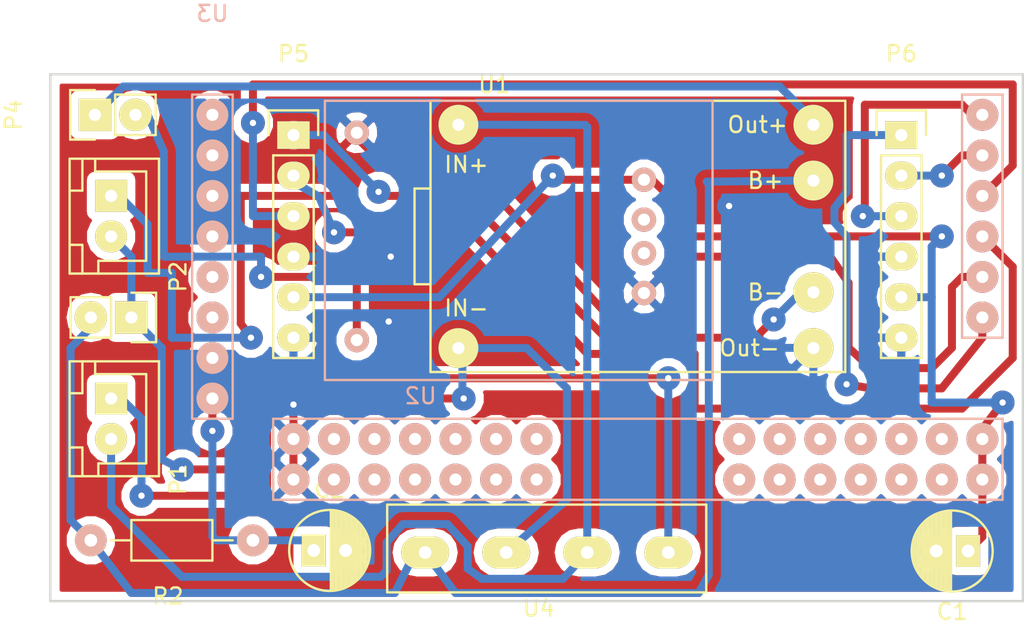
<source format=kicad_pcb>
(kicad_pcb (version 4) (host pcbnew 4.0.2-4+6225~38~ubuntu14.04.1-stable)

  (general
    (links 35)
    (no_connects 0)
    (area 107.059 81.425 171.880002 121.015)
    (thickness 1.6)
    (drawings 4)
    (tracks 236)
    (zones 0)
    (modules 13)
    (nets 50)
  )

  (page A4)
  (layers
    (0 F.Cu signal)
    (31 B.Cu signal)
    (32 B.Adhes user hide)
    (33 F.Adhes user hide)
    (34 B.Paste user hide)
    (35 F.Paste user hide)
    (36 B.SilkS user)
    (37 F.SilkS user)
    (38 B.Mask user)
    (39 F.Mask user)
    (40 Dwgs.User user hide)
    (41 Cmts.User user hide)
    (42 Eco1.User user hide)
    (43 Eco2.User user hide)
    (44 Edge.Cuts user)
    (45 Margin user hide)
    (46 B.CrtYd user hide)
    (47 F.CrtYd user)
    (48 B.Fab user hide)
    (49 F.Fab user hide)
  )

  (setup
    (last_trace_width 0.5)
    (trace_clearance 0.2)
    (zone_clearance 0.508)
    (zone_45_only no)
    (trace_min 0.2)
    (segment_width 0.2)
    (edge_width 0.15)
    (via_size 1.5)
    (via_drill 0.4)
    (via_min_size 0.4)
    (via_min_drill 0.3)
    (uvia_size 0.3)
    (uvia_drill 0.1)
    (uvias_allowed no)
    (uvia_min_size 0.2)
    (uvia_min_drill 0.1)
    (pcb_text_width 0.3)
    (pcb_text_size 1.5 1.5)
    (mod_edge_width 0.15)
    (mod_text_size 1 1)
    (mod_text_width 0.15)
    (pad_size 2.032 1.7272)
    (pad_drill 0.762)
    (pad_to_mask_clearance 0.2)
    (aux_axis_origin 0 0)
    (visible_elements FFFFFF1F)
    (pcbplotparams
      (layerselection 0x01030_80000001)
      (usegerberextensions false)
      (excludeedgelayer false)
      (linewidth 0.100000)
      (plotframeref false)
      (viasonmask false)
      (mode 1)
      (useauxorigin false)
      (hpglpennumber 1)
      (hpglpenspeed 20)
      (hpglpendiameter 15)
      (hpglpenoverlay 2)
      (psnegative false)
      (psa4output false)
      (plotreference true)
      (plotvalue true)
      (plotinvisibletext false)
      (padsonsilk false)
      (subtractmaskfromsilk false)
      (outputformat 1)
      (mirror false)
      (drillshape 0)
      (scaleselection 1)
      (outputdirectory plottest))
  )

  (net 0 "")
  (net 1 "Net-(P1-Pad1)")
  (net 2 "Net-(P1-Pad2)")
  (net 3 "Net-(P2-Pad1)")
  (net 4 "Net-(P2-Pad2)")
  (net 5 "Net-(P3-Pad2)")
  (net 6 "Net-(P4-Pad1)")
  (net 7 "Net-(P4-Pad2)")
  (net 8 "Net-(P5-Pad1)")
  (net 9 "Net-(P5-Pad2)")
  (net 10 "Net-(P5-Pad3)")
  (net 11 GND)
  (net 12 +5V)
  (net 13 "Net-(P6-Pad1)")
  (net 14 "Net-(P6-Pad2)")
  (net 15 "Net-(P6-Pad3)")
  (net 16 "Net-(U2-Pad5)")
  (net 17 "Net-(U2-Pad6)")
  (net 18 "Net-(U3-Pad22)")
  (net 19 "Net-(U3-Pad23)")
  (net 20 "Net-(U3-Pad24)")
  (net 21 "Net-(U3-Pad25)")
  (net 22 "Net-(U3-Pad26)")
  (net 23 "Net-(U3-Pad27)")
  (net 24 "Net-(U3-Pad28)")
  (net 25 "Net-(U3-Pad29)")
  (net 26 "Net-(U3-Pad30)")
  (net 27 "Net-(U3-Pad31)")
  (net 28 "Net-(U3-Pad32)")
  (net 29 "Net-(U3-Pad33)")
  (net 30 "Net-(U3-Pad42)")
  (net 31 "Net-(U3-Pad43)")
  (net 32 "Net-(U3-Pad44)")
  (net 33 "Net-(U3-Pad45)")
  (net 34 "Net-(U3-Pad46)")
  (net 35 "Net-(U3-Pad47)")
  (net 36 "Net-(U3-Pad48)")
  (net 37 "Net-(U3-Pad49)")
  (net 38 "Net-(U3-Pad50)")
  (net 39 "Net-(U3-Pad51)")
  (net 40 "Net-(U3-Pad52)")
  (net 41 "Net-(U3-Pad53)")
  (net 42 "Net-(U3-PadA14)")
  (net 43 "Net-(U3-PadA8)")
  (net 44 "Net-(U3-PadA9)")
  (net 45 "Net-(U3-PadA10)")
  (net 46 "Net-(U3-PadA11)")
  (net 47 "Net-(U3-PadA12)")
  (net 48 "Net-(U3-PadA13)")
  (net 49 "Net-(C2-Pad1)")

  (net_class Default "This is the default net class."
    (clearance 0.2)
    (trace_width 0.5)
    (via_dia 1.5)
    (via_drill 0.4)
    (uvia_dia 0.3)
    (uvia_drill 0.1)
    (add_net +5V)
    (add_net GND)
    (add_net "Net-(C2-Pad1)")
    (add_net "Net-(P1-Pad1)")
    (add_net "Net-(P1-Pad2)")
    (add_net "Net-(P2-Pad1)")
    (add_net "Net-(P2-Pad2)")
    (add_net "Net-(P3-Pad2)")
    (add_net "Net-(P4-Pad1)")
    (add_net "Net-(P4-Pad2)")
    (add_net "Net-(P5-Pad1)")
    (add_net "Net-(P5-Pad2)")
    (add_net "Net-(P5-Pad3)")
    (add_net "Net-(P6-Pad1)")
    (add_net "Net-(P6-Pad2)")
    (add_net "Net-(P6-Pad3)")
    (add_net "Net-(U2-Pad5)")
    (add_net "Net-(U2-Pad6)")
    (add_net "Net-(U3-Pad22)")
    (add_net "Net-(U3-Pad23)")
    (add_net "Net-(U3-Pad24)")
    (add_net "Net-(U3-Pad25)")
    (add_net "Net-(U3-Pad26)")
    (add_net "Net-(U3-Pad27)")
    (add_net "Net-(U3-Pad28)")
    (add_net "Net-(U3-Pad29)")
    (add_net "Net-(U3-Pad30)")
    (add_net "Net-(U3-Pad31)")
    (add_net "Net-(U3-Pad32)")
    (add_net "Net-(U3-Pad33)")
    (add_net "Net-(U3-Pad42)")
    (add_net "Net-(U3-Pad43)")
    (add_net "Net-(U3-Pad44)")
    (add_net "Net-(U3-Pad45)")
    (add_net "Net-(U3-Pad46)")
    (add_net "Net-(U3-Pad47)")
    (add_net "Net-(U3-Pad48)")
    (add_net "Net-(U3-Pad49)")
    (add_net "Net-(U3-Pad50)")
    (add_net "Net-(U3-Pad51)")
    (add_net "Net-(U3-Pad52)")
    (add_net "Net-(U3-Pad53)")
    (add_net "Net-(U3-PadA10)")
    (add_net "Net-(U3-PadA11)")
    (add_net "Net-(U3-PadA12)")
    (add_net "Net-(U3-PadA13)")
    (add_net "Net-(U3-PadA14)")
    (add_net "Net-(U3-PadA8)")
    (add_net "Net-(U3-PadA9)")
  )

  (module Pin_Headers:Pin_Header_Straight_1x02 (layer F.Cu) (tedit 57153E5C) (tstamp 570D7E86)
    (at 115.57 101.6 270)
    (descr "Through hole pin header")
    (tags "pin header")
    (path /570C0D83)
    (fp_text reference P3 (at 0 -5.1 270) (layer F.SilkS)
      (effects (font (size 1 1) (thickness 0.15)))
    )
    (fp_text value BattSwitch (at -0.762 -3.048 270) (layer F.Fab)
      (effects (font (size 1 1) (thickness 0.15)))
    )
    (fp_line (start 1.27 1.27) (end 1.27 3.81) (layer F.SilkS) (width 0.15))
    (fp_line (start 1.55 -1.55) (end 1.55 0) (layer F.SilkS) (width 0.15))
    (fp_line (start -1.75 -1.75) (end -1.75 4.3) (layer F.CrtYd) (width 0.05))
    (fp_line (start 1.75 -1.75) (end 1.75 4.3) (layer F.CrtYd) (width 0.05))
    (fp_line (start -1.75 -1.75) (end 1.75 -1.75) (layer F.CrtYd) (width 0.05))
    (fp_line (start -1.75 4.3) (end 1.75 4.3) (layer F.CrtYd) (width 0.05))
    (fp_line (start 1.27 1.27) (end -1.27 1.27) (layer F.SilkS) (width 0.15))
    (fp_line (start -1.55 0) (end -1.55 -1.55) (layer F.SilkS) (width 0.15))
    (fp_line (start -1.55 -1.55) (end 1.55 -1.55) (layer F.SilkS) (width 0.15))
    (fp_line (start -1.27 1.27) (end -1.27 3.81) (layer F.SilkS) (width 0.15))
    (fp_line (start -1.27 3.81) (end 1.27 3.81) (layer F.SilkS) (width 0.15))
    (pad 1 thru_hole rect (at 0 0 270) (size 2.032 2.032) (drill 0.762) (layers *.Cu *.Mask F.SilkS)
      (net 4 "Net-(P2-Pad2)"))
    (pad 2 thru_hole oval (at 0 2.54 270) (size 2.032 2.032) (drill 0.762) (layers *.Cu *.Mask F.SilkS)
      (net 5 "Net-(P3-Pad2)"))
    (model Pin_Headers.3dshapes/Pin_Header_Straight_1x02.wrl
      (at (xyz 0 -0.05 0))
      (scale (xyz 1 1 1))
      (rotate (xyz 0 0 90))
    )
  )

  (module Pin_Headers:Pin_Header_Straight_1x02 (layer F.Cu) (tedit 57153E51) (tstamp 570D7E8C)
    (at 113.284 88.9 90)
    (descr "Through hole pin header")
    (tags "pin header")
    (path /570C10D5)
    (fp_text reference P4 (at 0 -5.1 90) (layer F.SilkS)
      (effects (font (size 1 1) (thickness 0.15)))
    )
    (fp_text value PowerSwitch (at 2.032 4.318 90) (layer F.Fab)
      (effects (font (size 1 1) (thickness 0.15)))
    )
    (fp_line (start 1.27 1.27) (end 1.27 3.81) (layer F.SilkS) (width 0.15))
    (fp_line (start 1.55 -1.55) (end 1.55 0) (layer F.SilkS) (width 0.15))
    (fp_line (start -1.75 -1.75) (end -1.75 4.3) (layer F.CrtYd) (width 0.05))
    (fp_line (start 1.75 -1.75) (end 1.75 4.3) (layer F.CrtYd) (width 0.05))
    (fp_line (start -1.75 -1.75) (end 1.75 -1.75) (layer F.CrtYd) (width 0.05))
    (fp_line (start -1.75 4.3) (end 1.75 4.3) (layer F.CrtYd) (width 0.05))
    (fp_line (start 1.27 1.27) (end -1.27 1.27) (layer F.SilkS) (width 0.15))
    (fp_line (start -1.55 0) (end -1.55 -1.55) (layer F.SilkS) (width 0.15))
    (fp_line (start -1.55 -1.55) (end 1.55 -1.55) (layer F.SilkS) (width 0.15))
    (fp_line (start -1.27 1.27) (end -1.27 3.81) (layer F.SilkS) (width 0.15))
    (fp_line (start -1.27 3.81) (end 1.27 3.81) (layer F.SilkS) (width 0.15))
    (pad 1 thru_hole rect (at 0 0 90) (size 2.032 2.032) (drill 0.762) (layers *.Cu *.Mask F.SilkS)
      (net 6 "Net-(P4-Pad1)"))
    (pad 2 thru_hole oval (at 0 2.54 90) (size 2.032 2.032) (drill 0.762) (layers *.Cu *.Mask F.SilkS)
      (net 7 "Net-(P4-Pad2)"))
    (model Pin_Headers.3dshapes/Pin_Header_Straight_1x02.wrl
      (at (xyz 0 -0.05 0))
      (scale (xyz 1 1 1))
      (rotate (xyz 0 0 90))
    )
  )

  (module Pin_Headers:Pin_Header_Straight_1x06 (layer F.Cu) (tedit 57153E7C) (tstamp 570D7E96)
    (at 125.73 90.17)
    (descr "Through hole pin header")
    (tags "pin header")
    (path /570C0288)
    (fp_text reference P5 (at 0 -5.1) (layer F.SilkS)
      (effects (font (size 1 1) (thickness 0.15)))
    )
    (fp_text value "Inbound Radio" (at 0 -3.1) (layer F.Fab)
      (effects (font (size 1 1) (thickness 0.15)))
    )
    (fp_line (start -1.75 -1.75) (end -1.75 14.45) (layer F.CrtYd) (width 0.05))
    (fp_line (start 1.75 -1.75) (end 1.75 14.45) (layer F.CrtYd) (width 0.05))
    (fp_line (start -1.75 -1.75) (end 1.75 -1.75) (layer F.CrtYd) (width 0.05))
    (fp_line (start -1.75 14.45) (end 1.75 14.45) (layer F.CrtYd) (width 0.05))
    (fp_line (start 1.27 1.27) (end 1.27 13.97) (layer F.SilkS) (width 0.15))
    (fp_line (start 1.27 13.97) (end -1.27 13.97) (layer F.SilkS) (width 0.15))
    (fp_line (start -1.27 13.97) (end -1.27 1.27) (layer F.SilkS) (width 0.15))
    (fp_line (start 1.55 -1.55) (end 1.55 0) (layer F.SilkS) (width 0.15))
    (fp_line (start 1.27 1.27) (end -1.27 1.27) (layer F.SilkS) (width 0.15))
    (fp_line (start -1.55 0) (end -1.55 -1.55) (layer F.SilkS) (width 0.15))
    (fp_line (start -1.55 -1.55) (end 1.55 -1.55) (layer F.SilkS) (width 0.15))
    (pad 1 thru_hole rect (at 0 0) (size 2.032 1.7272) (drill 0.762) (layers *.Mask B.Cu F.SilkS)
      (net 8 "Net-(P5-Pad1)"))
    (pad 2 thru_hole oval (at 0 2.54) (size 2.032 1.7272) (drill 0.762) (layers *.Mask B.Cu F.SilkS)
      (net 9 "Net-(P5-Pad2)"))
    (pad 3 thru_hole oval (at 0 5.08) (size 2.032 1.7272) (drill 0.762) (layers *.Mask B.Cu F.SilkS)
      (net 10 "Net-(P5-Pad3)"))
    (pad 4 thru_hole oval (at 0 7.62) (size 2.032 1.7272) (drill 0.762) (layers *.Mask B.Cu F.SilkS)
      (net 11 GND))
    (pad 5 thru_hole oval (at 0 10.16) (size 2.032 1.7272) (drill 0.762) (layers *.Mask B.Cu F.SilkS)
      (net 12 +5V))
    (pad 6 thru_hole oval (at 0 12.7) (size 2.032 1.7272) (drill 0.762) (layers *.Mask B.Cu F.SilkS)
      (net 11 GND))
    (model Pin_Headers.3dshapes/Pin_Header_Straight_1x06.wrl
      (at (xyz 0 -0.25 0))
      (scale (xyz 1 1 1))
      (rotate (xyz 0 0 90))
    )
  )

  (module Pin_Headers:Pin_Header_Straight_1x06 (layer F.Cu) (tedit 57153E0E) (tstamp 570D7EA0)
    (at 163.83 90.17)
    (descr "Through hole pin header")
    (tags "pin header")
    (path /570C04AC)
    (fp_text reference P6 (at 0 -5.1) (layer F.SilkS)
      (effects (font (size 1 1) (thickness 0.15)))
    )
    (fp_text value "Outbound Radio" (at 0 -3.1) (layer F.Fab)
      (effects (font (size 1 1) (thickness 0.15)))
    )
    (fp_line (start -1.75 -1.75) (end -1.75 14.45) (layer F.CrtYd) (width 0.05))
    (fp_line (start 1.75 -1.75) (end 1.75 14.45) (layer F.CrtYd) (width 0.05))
    (fp_line (start -1.75 -1.75) (end 1.75 -1.75) (layer F.CrtYd) (width 0.05))
    (fp_line (start -1.75 14.45) (end 1.75 14.45) (layer F.CrtYd) (width 0.05))
    (fp_line (start 1.27 1.27) (end 1.27 13.97) (layer F.SilkS) (width 0.15))
    (fp_line (start 1.27 13.97) (end -1.27 13.97) (layer F.SilkS) (width 0.15))
    (fp_line (start -1.27 13.97) (end -1.27 1.27) (layer F.SilkS) (width 0.15))
    (fp_line (start 1.55 -1.55) (end 1.55 0) (layer F.SilkS) (width 0.15))
    (fp_line (start 1.27 1.27) (end -1.27 1.27) (layer F.SilkS) (width 0.15))
    (fp_line (start -1.55 0) (end -1.55 -1.55) (layer F.SilkS) (width 0.15))
    (fp_line (start -1.55 -1.55) (end 1.55 -1.55) (layer F.SilkS) (width 0.15))
    (pad 1 thru_hole rect (at 0 0) (size 2.032 1.7272) (drill 0.762) (layers *.Mask B.Cu F.SilkS)
      (net 13 "Net-(P6-Pad1)"))
    (pad 2 thru_hole oval (at 0 2.54) (size 2.032 1.7272) (drill 0.762) (layers *.Mask B.Cu F.SilkS)
      (net 14 "Net-(P6-Pad2)"))
    (pad 3 thru_hole oval (at 0 5.08) (size 2.032 1.7272) (drill 0.762) (layers *.Mask B.Cu F.SilkS)
      (net 15 "Net-(P6-Pad3)"))
    (pad 4 thru_hole oval (at 0 7.62) (size 2.032 1.7272) (drill 0.762) (layers *.Mask B.Cu F.SilkS)
      (net 11 GND))
    (pad 5 thru_hole oval (at 0 10.16) (size 2.032 1.7272) (drill 0.762) (layers *.Mask B.Cu F.SilkS)
      (net 12 +5V))
    (pad 6 thru_hole oval (at 0 12.7) (size 2.032 1.7272) (drill 0.762) (layers *.Mask B.Cu F.SilkS)
      (net 11 GND))
    (model Pin_Headers.3dshapes/Pin_Header_Straight_1x06.wrl
      (at (xyz 0 -0.25 0))
      (scale (xyz 1 1 1))
      (rotate (xyz 0 0 90))
    )
  )

  (module Capacitors_ThroughHole:C_Radial_D5_L11_P2 (layer F.Cu) (tedit 5713B691) (tstamp 570D7FF9)
    (at 168.02 116.24 180)
    (descr "Radial Electrolytic Capacitor 5mm x Length 11mm, Pitch 2mm")
    (tags "Electrolytic Capacitor")
    (path /570D3EE2)
    (fp_text reference C1 (at 1 -3.8 180) (layer F.SilkS)
      (effects (font (size 1 1) (thickness 0.15)))
    )
    (fp_text value CP1_Small (at 1 3.8 180) (layer F.Fab)
      (effects (font (size 1 1) (thickness 0.15)))
    )
    (fp_line (start 1.075 -2.499) (end 1.075 2.499) (layer F.SilkS) (width 0.15))
    (fp_line (start 1.215 -2.491) (end 1.215 -0.154) (layer F.SilkS) (width 0.15))
    (fp_line (start 1.215 0.154) (end 1.215 2.491) (layer F.SilkS) (width 0.15))
    (fp_line (start 1.355 -2.475) (end 1.355 -0.473) (layer F.SilkS) (width 0.15))
    (fp_line (start 1.355 0.473) (end 1.355 2.475) (layer F.SilkS) (width 0.15))
    (fp_line (start 1.495 -2.451) (end 1.495 -0.62) (layer F.SilkS) (width 0.15))
    (fp_line (start 1.495 0.62) (end 1.495 2.451) (layer F.SilkS) (width 0.15))
    (fp_line (start 1.635 -2.418) (end 1.635 -0.712) (layer F.SilkS) (width 0.15))
    (fp_line (start 1.635 0.712) (end 1.635 2.418) (layer F.SilkS) (width 0.15))
    (fp_line (start 1.775 -2.377) (end 1.775 -0.768) (layer F.SilkS) (width 0.15))
    (fp_line (start 1.775 0.768) (end 1.775 2.377) (layer F.SilkS) (width 0.15))
    (fp_line (start 1.915 -2.327) (end 1.915 -0.795) (layer F.SilkS) (width 0.15))
    (fp_line (start 1.915 0.795) (end 1.915 2.327) (layer F.SilkS) (width 0.15))
    (fp_line (start 2.055 -2.266) (end 2.055 -0.798) (layer F.SilkS) (width 0.15))
    (fp_line (start 2.055 0.798) (end 2.055 2.266) (layer F.SilkS) (width 0.15))
    (fp_line (start 2.195 -2.196) (end 2.195 -0.776) (layer F.SilkS) (width 0.15))
    (fp_line (start 2.195 0.776) (end 2.195 2.196) (layer F.SilkS) (width 0.15))
    (fp_line (start 2.335 -2.114) (end 2.335 -0.726) (layer F.SilkS) (width 0.15))
    (fp_line (start 2.335 0.726) (end 2.335 2.114) (layer F.SilkS) (width 0.15))
    (fp_line (start 2.475 -2.019) (end 2.475 -0.644) (layer F.SilkS) (width 0.15))
    (fp_line (start 2.475 0.644) (end 2.475 2.019) (layer F.SilkS) (width 0.15))
    (fp_line (start 2.615 -1.908) (end 2.615 -0.512) (layer F.SilkS) (width 0.15))
    (fp_line (start 2.615 0.512) (end 2.615 1.908) (layer F.SilkS) (width 0.15))
    (fp_line (start 2.755 -1.78) (end 2.755 -0.265) (layer F.SilkS) (width 0.15))
    (fp_line (start 2.755 0.265) (end 2.755 1.78) (layer F.SilkS) (width 0.15))
    (fp_line (start 2.895 -1.631) (end 2.895 1.631) (layer F.SilkS) (width 0.15))
    (fp_line (start 3.035 -1.452) (end 3.035 1.452) (layer F.SilkS) (width 0.15))
    (fp_line (start 3.175 -1.233) (end 3.175 1.233) (layer F.SilkS) (width 0.15))
    (fp_line (start 3.315 -0.944) (end 3.315 0.944) (layer F.SilkS) (width 0.15))
    (fp_line (start 3.455 -0.472) (end 3.455 0.472) (layer F.SilkS) (width 0.15))
    (fp_circle (center 2 0) (end 2 -0.8) (layer F.SilkS) (width 0.15))
    (fp_circle (center 1 0) (end 1 -2.5375) (layer F.SilkS) (width 0.15))
    (fp_circle (center 1 0) (end 1 -2.8) (layer F.CrtYd) (width 0.05))
    (pad 1 thru_hole rect (at 0 0 180) (size 1.5 2) (drill 0.8) (layers *.Cu *.Mask F.SilkS)
      (net 12 +5V))
    (pad 2 thru_hole oval (at 2 0 180) (size 1.5 2) (drill 0.8) (layers *.Cu *.Mask F.SilkS)
      (net 11 GND))
    (model Capacitors_ThroughHole.3dshapes/C_Radial_D5_L11_P2.wrl
      (at (xyz 0 0 0))
      (scale (xyz 1 1 1))
      (rotate (xyz 0 0 0))
    )
  )

  (module Resistors_ThroughHole:Resistor_Horizontal_RM10mm (layer F.Cu) (tedit 57153D14) (tstamp 570D7EAC)
    (at 123.19 115.57 180)
    (descr "Resistor, Axial,  RM 10mm, 1/3W")
    (tags "Resistor Axial RM 10mm 1/3W")
    (path /570C0C29)
    (fp_text reference R2 (at 5.32892 -3.50012 180) (layer F.SilkS)
      (effects (font (size 1 1) (thickness 0.15)))
    )
    (fp_text value R (at 5.08 3.81 180) (layer F.Fab)
      (effects (font (size 1 1) (thickness 0.15)))
    )
    (fp_line (start -1.25 -1.5) (end 11.4 -1.5) (layer F.CrtYd) (width 0.05))
    (fp_line (start -1.25 1.5) (end -1.25 -1.5) (layer F.CrtYd) (width 0.05))
    (fp_line (start 11.4 -1.5) (end 11.4 1.5) (layer F.CrtYd) (width 0.05))
    (fp_line (start -1.25 1.5) (end 11.4 1.5) (layer F.CrtYd) (width 0.05))
    (fp_line (start 2.54 -1.27) (end 7.62 -1.27) (layer F.SilkS) (width 0.15))
    (fp_line (start 7.62 -1.27) (end 7.62 1.27) (layer F.SilkS) (width 0.15))
    (fp_line (start 7.62 1.27) (end 2.54 1.27) (layer F.SilkS) (width 0.15))
    (fp_line (start 2.54 1.27) (end 2.54 -1.27) (layer F.SilkS) (width 0.15))
    (fp_line (start 2.54 0) (end 1.27 0) (layer F.SilkS) (width 0.15))
    (fp_line (start 7.62 0) (end 8.89 0) (layer F.SilkS) (width 0.15))
    (pad 1 thru_hole circle (at 0 0 180) (size 1.99898 1.99898) (drill 0.8) (layers *.Cu *.SilkS *.Mask)
      (net 49 "Net-(C2-Pad1)"))
    (pad 2 thru_hole circle (at 10.16 0 180) (size 1.99898 1.99898) (drill 0.8) (layers *.Cu *.SilkS *.Mask)
      (net 5 "Net-(P3-Pad2)"))
    (model Resistors_ThroughHole.3dshapes/Resistor_Horizontal_RM10mm.wrl
      (at (xyz 0.2 0 0))
      (scale (xyz 0.4 0.4 0.4))
      (rotate (xyz 0 0 0))
    )
  )

  (module Capacitors_ThroughHole:C_Radial_D5_L11_P2 (layer F.Cu) (tedit 5713B679) (tstamp 57102312)
    (at 127 116.205)
    (descr "Radial Electrolytic Capacitor 5mm x Length 11mm, Pitch 2mm")
    (tags "Electrolytic Capacitor")
    (path /57100502)
    (fp_text reference C2 (at 1 -3.8) (layer F.SilkS)
      (effects (font (size 1 1) (thickness 0.15)))
    )
    (fp_text value CP1_Small (at 1 3.8) (layer F.Fab)
      (effects (font (size 1 1) (thickness 0.15)))
    )
    (fp_line (start 1.075 -2.499) (end 1.075 2.499) (layer F.SilkS) (width 0.15))
    (fp_line (start 1.215 -2.491) (end 1.215 -0.154) (layer F.SilkS) (width 0.15))
    (fp_line (start 1.215 0.154) (end 1.215 2.491) (layer F.SilkS) (width 0.15))
    (fp_line (start 1.355 -2.475) (end 1.355 -0.473) (layer F.SilkS) (width 0.15))
    (fp_line (start 1.355 0.473) (end 1.355 2.475) (layer F.SilkS) (width 0.15))
    (fp_line (start 1.495 -2.451) (end 1.495 -0.62) (layer F.SilkS) (width 0.15))
    (fp_line (start 1.495 0.62) (end 1.495 2.451) (layer F.SilkS) (width 0.15))
    (fp_line (start 1.635 -2.418) (end 1.635 -0.712) (layer F.SilkS) (width 0.15))
    (fp_line (start 1.635 0.712) (end 1.635 2.418) (layer F.SilkS) (width 0.15))
    (fp_line (start 1.775 -2.377) (end 1.775 -0.768) (layer F.SilkS) (width 0.15))
    (fp_line (start 1.775 0.768) (end 1.775 2.377) (layer F.SilkS) (width 0.15))
    (fp_line (start 1.915 -2.327) (end 1.915 -0.795) (layer F.SilkS) (width 0.15))
    (fp_line (start 1.915 0.795) (end 1.915 2.327) (layer F.SilkS) (width 0.15))
    (fp_line (start 2.055 -2.266) (end 2.055 -0.798) (layer F.SilkS) (width 0.15))
    (fp_line (start 2.055 0.798) (end 2.055 2.266) (layer F.SilkS) (width 0.15))
    (fp_line (start 2.195 -2.196) (end 2.195 -0.776) (layer F.SilkS) (width 0.15))
    (fp_line (start 2.195 0.776) (end 2.195 2.196) (layer F.SilkS) (width 0.15))
    (fp_line (start 2.335 -2.114) (end 2.335 -0.726) (layer F.SilkS) (width 0.15))
    (fp_line (start 2.335 0.726) (end 2.335 2.114) (layer F.SilkS) (width 0.15))
    (fp_line (start 2.475 -2.019) (end 2.475 -0.644) (layer F.SilkS) (width 0.15))
    (fp_line (start 2.475 0.644) (end 2.475 2.019) (layer F.SilkS) (width 0.15))
    (fp_line (start 2.615 -1.908) (end 2.615 -0.512) (layer F.SilkS) (width 0.15))
    (fp_line (start 2.615 0.512) (end 2.615 1.908) (layer F.SilkS) (width 0.15))
    (fp_line (start 2.755 -1.78) (end 2.755 -0.265) (layer F.SilkS) (width 0.15))
    (fp_line (start 2.755 0.265) (end 2.755 1.78) (layer F.SilkS) (width 0.15))
    (fp_line (start 2.895 -1.631) (end 2.895 1.631) (layer F.SilkS) (width 0.15))
    (fp_line (start 3.035 -1.452) (end 3.035 1.452) (layer F.SilkS) (width 0.15))
    (fp_line (start 3.175 -1.233) (end 3.175 1.233) (layer F.SilkS) (width 0.15))
    (fp_line (start 3.315 -0.944) (end 3.315 0.944) (layer F.SilkS) (width 0.15))
    (fp_line (start 3.455 -0.472) (end 3.455 0.472) (layer F.SilkS) (width 0.15))
    (fp_circle (center 2 0) (end 2 -0.8) (layer F.SilkS) (width 0.15))
    (fp_circle (center 1 0) (end 1 -2.5375) (layer F.SilkS) (width 0.15))
    (fp_circle (center 1 0) (end 1 -2.8) (layer F.CrtYd) (width 0.05))
    (pad 1 thru_hole rect (at 0 0) (size 1.5 2) (drill 0.8) (layers *.Cu *.Mask F.SilkS)
      (net 49 "Net-(C2-Pad1)"))
    (pad 2 thru_hole oval (at 2 0) (size 1.5 2) (drill 0.8) (layers *.Cu *.Mask F.SilkS)
      (net 11 GND))
    (model Capacitors_ThroughHole.3dshapes/C_Radial_D5_L11_P2.wrl
      (at (xyz 0 0 0))
      (scale (xyz 1 1 1))
      (rotate (xyz 0 0 0))
    )
  )

  (module Library:Mega2560Connector (layer B.Cu) (tedit 5713A7F8) (tstamp 570D7EFC)
    (at 134.62 101.6 180)
    (path /570AEF44)
    (fp_text reference U3 (at 13.97 19.05 180) (layer B.SilkS)
      (effects (font (size 1 1) (thickness 0.15)) (justify mirror))
    )
    (fp_text value Mega2560Connector (at 2.54 19.05 180) (layer B.Fab)
      (effects (font (size 1 1) (thickness 0.15)) (justify mirror))
    )
    (fp_line (start -33.02 -1.27) (end -33.02 13.97) (layer B.SilkS) (width 0.15))
    (fp_line (start -35.56 13.97) (end -35.56 -1.27) (layer B.SilkS) (width 0.15))
    (fp_line (start -33.02 13.97) (end -35.56 13.97) (layer B.SilkS) (width 0.15))
    (fp_line (start 15.24 -6.35) (end 12.7 -6.35) (layer B.SilkS) (width 0.15))
    (fp_line (start 12.7 -6.35) (end 12.7 13.97) (layer B.SilkS) (width 0.15))
    (fp_line (start 12.7 13.97) (end 15.24 13.97) (layer B.SilkS) (width 0.15))
    (fp_line (start 15.24 13.97) (end 15.24 -6.35) (layer B.SilkS) (width 0.15))
    (fp_line (start -35.56 -6.35) (end 10.16 -6.35) (layer B.SilkS) (width 0.15))
    (fp_line (start 10.16 -6.35) (end 10.16 -11.43) (layer B.SilkS) (width 0.15))
    (fp_line (start 10.16 -11.43) (end -35.56 -11.43) (layer B.SilkS) (width 0.15))
    (fp_line (start -35.56 -11.43) (end -35.56 -6.35) (layer B.SilkS) (width 0.15))
    (fp_line (start -33.02 -1.27) (end -35.56 -1.27) (layer B.SilkS) (width 0.15))
    (pad 16 thru_hole circle (at -34.29 12.7) (size 2 2) (drill 0.762) (layers *.Cu *.Mask B.SilkS)
      (net 15 "Net-(P6-Pad3)"))
    (pad 17 thru_hole circle (at -34.29 10.16) (size 2 2) (drill 0.762) (layers *.Cu *.Mask B.SilkS)
      (net 14 "Net-(P6-Pad2)"))
    (pad 18 thru_hole circle (at -34.29 7.62) (size 2 2) (drill 0.762) (layers *.Cu *.Mask B.SilkS)
      (net 10 "Net-(P5-Pad3)"))
    (pad 19 thru_hole circle (at -34.29 5.08) (size 2 2) (drill 0.762) (layers *.Cu *.Mask B.SilkS)
      (net 9 "Net-(P5-Pad2)"))
    (pad 20 thru_hole circle (at -34.29 2.54) (size 2 2) (drill 0.762) (layers *.Cu *.Mask B.SilkS)
      (net 8 "Net-(P5-Pad1)"))
    (pad 21 thru_hole circle (at -34.29 0) (size 2 2) (drill 0.762) (layers *.Cu *.Mask B.SilkS)
      (net 13 "Net-(P6-Pad1)"))
    (pad 5v thru_hole circle (at -34.29 -7.62) (size 2 2) (drill 0.762) (layers *.Cu *.Mask B.SilkS)
      (net 12 +5V))
    (pad 5v thru_hole circle (at -34.29 -10.16) (size 2 2) (drill 0.762) (layers *.Cu *.Mask B.SilkS)
      (net 12 +5V))
    (pad 22 thru_hole circle (at -31.75 -7.62) (size 2 2) (drill 0.762) (layers *.Cu *.Mask B.SilkS)
      (net 18 "Net-(U3-Pad22)"))
    (pad 23 thru_hole circle (at -31.75 -10.16) (size 2 2) (drill 0.762) (layers *.Cu *.Mask B.SilkS)
      (net 19 "Net-(U3-Pad23)"))
    (pad 24 thru_hole circle (at -29.21 -7.62) (size 2 2) (drill 0.762) (layers *.Cu *.Mask B.SilkS)
      (net 20 "Net-(U3-Pad24)"))
    (pad 25 thru_hole circle (at -29.21 -10.16) (size 2 2) (drill 0.762) (layers *.Cu *.Mask B.SilkS)
      (net 21 "Net-(U3-Pad25)"))
    (pad 26 thru_hole circle (at -26.67 -7.62) (size 2 2) (drill 0.762) (layers *.Cu *.Mask B.SilkS)
      (net 22 "Net-(U3-Pad26)"))
    (pad 27 thru_hole circle (at -26.67 -10.16) (size 2 2) (drill 0.762) (layers *.Cu *.Mask B.SilkS)
      (net 23 "Net-(U3-Pad27)"))
    (pad 28 thru_hole circle (at -24.13 -7.62) (size 2 2) (drill 0.762) (layers *.Cu *.Mask B.SilkS)
      (net 24 "Net-(U3-Pad28)"))
    (pad 29 thru_hole circle (at -24.13 -10.16) (size 2 2) (drill 0.762) (layers *.Cu *.Mask B.SilkS)
      (net 25 "Net-(U3-Pad29)"))
    (pad 30 thru_hole circle (at -21.59 -7.62) (size 2 2) (drill 0.762) (layers *.Cu *.Mask B.SilkS)
      (net 26 "Net-(U3-Pad30)"))
    (pad 31 thru_hole circle (at -21.59 -10.16) (size 2 2) (drill 0.762) (layers *.Cu *.Mask B.SilkS)
      (net 27 "Net-(U3-Pad31)"))
    (pad 32 thru_hole circle (at -19.05 -7.62) (size 2 2) (drill 0.762) (layers *.Cu *.Mask B.SilkS)
      (net 28 "Net-(U3-Pad32)"))
    (pad 33 thru_hole circle (at -19.05 -10.16) (size 2 2) (drill 0.762) (layers *.Cu *.Mask B.SilkS)
      (net 29 "Net-(U3-Pad33)"))
    (pad 42 thru_hole circle (at -6.35 -7.62) (size 2 2) (drill 0.762) (layers *.Cu *.Mask B.SilkS)
      (net 30 "Net-(U3-Pad42)"))
    (pad 43 thru_hole circle (at -6.35 -10.16) (size 2 2) (drill 0.762) (layers *.Cu *.Mask B.SilkS)
      (net 31 "Net-(U3-Pad43)"))
    (pad 44 thru_hole circle (at -3.81 -7.62) (size 2 2) (drill 0.762) (layers *.Cu *.Mask B.SilkS)
      (net 32 "Net-(U3-Pad44)"))
    (pad 45 thru_hole circle (at -3.81 -10.16) (size 2 2) (drill 0.762) (layers *.Cu *.Mask B.SilkS)
      (net 33 "Net-(U3-Pad45)"))
    (pad 46 thru_hole circle (at -1.27 -7.62) (size 2 2) (drill 0.762) (layers *.Cu *.Mask B.SilkS)
      (net 34 "Net-(U3-Pad46)"))
    (pad 47 thru_hole circle (at -1.27 -10.16) (size 2 2) (drill 0.762) (layers *.Cu *.Mask B.SilkS)
      (net 35 "Net-(U3-Pad47)"))
    (pad 48 thru_hole circle (at 1.27 -7.62) (size 2 2) (drill 0.762) (layers *.Cu *.Mask B.SilkS)
      (net 36 "Net-(U3-Pad48)"))
    (pad 49 thru_hole circle (at 1.27 -10.16) (size 2 2) (drill 0.762) (layers *.Cu *.Mask B.SilkS)
      (net 37 "Net-(U3-Pad49)"))
    (pad 50 thru_hole circle (at 3.81 -7.62) (size 2 2) (drill 0.762) (layers *.Cu *.Mask B.SilkS)
      (net 38 "Net-(U3-Pad50)"))
    (pad 51 thru_hole circle (at 3.81 -10.16) (size 2 2) (drill 0.762) (layers *.Cu *.Mask B.SilkS)
      (net 39 "Net-(U3-Pad51)"))
    (pad 52 thru_hole circle (at 6.35 -7.62) (size 2 2) (drill 0.762) (layers *.Cu *.Mask B.SilkS)
      (net 40 "Net-(U3-Pad52)"))
    (pad 53 thru_hole circle (at 6.35 -10.16) (size 2 2) (drill 0.762) (layers *.Cu *.Mask B.SilkS)
      (net 41 "Net-(U3-Pad53)"))
    (pad GND thru_hole circle (at 8.89 -7.62) (size 2 2) (drill 0.762) (layers *.Cu *.Mask B.SilkS)
      (net 11 GND))
    (pad GND thru_hole circle (at 8.89 -10.16) (size 2 2) (drill 0.762) (layers *.Cu *.Mask B.SilkS)
      (net 11 GND))
    (pad A15 thru_hole circle (at 13.97 -5.08) (size 2 2) (drill 0.762) (layers *.Mask F.Cu B.SilkS)
      (net 49 "Net-(C2-Pad1)"))
    (pad A14 thru_hole circle (at 13.97 -2.54) (size 2 2) (drill 0.762) (layers *.Mask F.Cu B.SilkS)
      (net 42 "Net-(U3-PadA14)"))
    (pad A8 thru_hole circle (at 13.97 12.7) (size 2 2) (drill 0.762) (layers *.Mask F.Cu B.SilkS)
      (net 43 "Net-(U3-PadA8)"))
    (pad A9 thru_hole circle (at 13.97 10.16) (size 2 2) (drill 0.762) (layers *.Mask F.Cu B.SilkS)
      (net 44 "Net-(U3-PadA9)"))
    (pad A10 thru_hole circle (at 13.97 7.62) (size 2 2) (drill 0.762) (layers *.Mask F.Cu B.SilkS)
      (net 45 "Net-(U3-PadA10)"))
    (pad A11 thru_hole circle (at 13.97 5.08) (size 2 2) (drill 0.762) (layers *.Mask F.Cu B.SilkS)
      (net 46 "Net-(U3-PadA11)"))
    (pad A12 thru_hole circle (at 13.97 2.54) (size 2 2) (drill 0.762) (layers *.Mask F.Cu B.SilkS)
      (net 47 "Net-(U3-PadA12)"))
    (pad A13 thru_hole circle (at 13.97 0) (size 2 2) (drill 0.762) (layers *.Mask F.Cu B.SilkS)
      (net 48 "Net-(U3-PadA13)"))
  )

  (module Library:StepUpModule (layer B.Cu) (tedit 570C1BF3) (tstamp 570D7EC4)
    (at 139.7 96.52)
    (path /570BEE43)
    (fp_text reference U2 (at -6 10) (layer B.SilkS)
      (effects (font (size 1 1) (thickness 0.15)) (justify mirror))
    )
    (fp_text value StepUpModule (at -1 7) (layer B.Fab)
      (effects (font (size 1 1) (thickness 0.15)) (justify mirror))
    )
    (fp_line (start -12 9) (end -12 -8.5) (layer B.SilkS) (width 0.15))
    (fp_line (start -12 -8.5) (end 12.3 -8.5) (layer B.SilkS) (width 0.15))
    (fp_line (start 12.3 -8.5) (end 12.3 9) (layer B.SilkS) (width 0.15))
    (fp_line (start 12.3 9) (end -12 9) (layer B.SilkS) (width 0.15))
    (pad 1 thru_hole circle (at -10 6.5) (size 1.524 1.524) (drill 0.762) (layers *.Cu *.Mask B.SilkS)
      (net 7 "Net-(P4-Pad2)"))
    (pad 2 thru_hole circle (at -10 -6.5) (size 1.524 1.524) (drill 0.762) (layers *.Cu *.Mask B.SilkS)
      (net 11 GND))
    (pad 3 thru_hole circle (at 8 3.55) (size 1.524 1.524) (drill 0.762) (layers *.Cu *.Mask B.SilkS)
      (net 11 GND))
    (pad 4 thru_hole circle (at 8 -3.55) (size 1.524 1.524) (drill 0.762) (layers *.Cu *.Mask B.SilkS)
      (net 12 +5V))
    (pad 5 thru_hole circle (at 8 1.05) (size 1.524 1.524) (drill 0.762) (layers *.Cu *.Mask B.SilkS)
      (net 16 "Net-(U2-Pad5)"))
    (pad 6 thru_hole circle (at 8 -1.05) (size 1.524 1.524) (drill 0.762) (layers *.Cu *.Mask B.SilkS)
      (net 17 "Net-(U2-Pad6)"))
  )

  (module Library:ChargerModule (layer F.Cu) (tedit 5713B8E6) (tstamp 570D7EB6)
    (at 147.32 96.52)
    (path /570BEDDE)
    (fp_text reference U1 (at -9 -9.5) (layer F.SilkS)
      (effects (font (size 1 1) (thickness 0.15)))
    )
    (fp_text value ChargerModule (at -1.27 -7.62) (layer F.Fab)
      (effects (font (size 1 1) (thickness 0.15)))
    )
    (fp_text user IN- (at -10.75 4.5) (layer F.SilkS)
      (effects (font (size 1 1) (thickness 0.15)))
    )
    (fp_text user IN+ (at -10.75 -4.5) (layer F.SilkS)
      (effects (font (size 1 1) (thickness 0.15)))
    )
    (fp_text user Out- (at 7 7) (layer F.SilkS)
      (effects (font (size 1 1) (thickness 0.15)))
    )
    (fp_text user Out+ (at 7.5 -7) (layer F.SilkS)
      (effects (font (size 1 1) (thickness 0.15)))
    )
    (fp_text user B- (at 8 3.5) (layer F.SilkS)
      (effects (font (size 1 1) (thickness 0.15)))
    )
    (fp_text user B+ (at 8 -3.5) (layer F.SilkS)
      (effects (font (size 1 1) (thickness 0.15)))
    )
    (fp_line (start -13 -3) (end -14 -3) (layer F.SilkS) (width 0.15))
    (fp_line (start -14 -3) (end -14 3) (layer F.SilkS) (width 0.15))
    (fp_line (start -14 3) (end -13 3) (layer F.SilkS) (width 0.15))
    (fp_line (start -11 -8.5) (end -13 -8.5) (layer F.SilkS) (width 0.15))
    (fp_line (start -13 -8.5) (end -13 8.5) (layer F.SilkS) (width 0.15))
    (fp_line (start -13 8.5) (end -11 8.5) (layer F.SilkS) (width 0.15))
    (fp_line (start 11 -8.5) (end 13 -8.5) (layer F.SilkS) (width 0.15))
    (fp_line (start 13 -8.5) (end 13 8.5) (layer F.SilkS) (width 0.15))
    (fp_line (start 13 8.5) (end 11 8.5) (layer F.SilkS) (width 0.15))
    (fp_line (start -11 8.5) (end 11 8.5) (layer F.SilkS) (width 0.15))
    (fp_line (start 11 -8.5) (end -11 -8.5) (layer F.SilkS) (width 0.15))
    (pad 1 thru_hole circle (at -11.25 -7) (size 2.5 2.5) (drill 0.762) (layers *.Mask B.Cu F.SilkS)
      (net 2 "Net-(P1-Pad2)"))
    (pad 2 thru_hole circle (at -11.25 7) (size 2.5 2.5) (drill 0.762) (layers *.Mask B.Cu F.SilkS)
      (net 1 "Net-(P1-Pad1)"))
    (pad 3 thru_hole circle (at 11 -7) (size 2.5 2.5) (drill 0.762) (layers *.Mask B.Cu F.SilkS)
      (net 6 "Net-(P4-Pad1)"))
    (pad 4 thru_hole circle (at 11 -3.5) (size 2.5 2.5) (drill 0.762) (layers *.Mask B.Cu F.SilkS)
      (net 5 "Net-(P3-Pad2)"))
    (pad 6 thru_hole circle (at 11 7) (size 2.5 2.5) (drill 0.762) (layers *.Mask B.Cu F.SilkS)
      (net 11 GND))
    (pad 5 thru_hole circle (at 11 3.5) (size 2.5 2.5) (drill 0.762) (layers *.Mask B.Cu F.SilkS)
      (net 3 "Net-(P2-Pad1)"))
  )

  (module Library:JST_2.56 (layer F.Cu) (tedit 5715317E) (tstamp 570D7E7A)
    (at 114.3 107.95 270)
    (path /570AF1C4)
    (fp_text reference P1 (at 3.8 -4.2 270) (layer F.SilkS)
      (effects (font (size 1 1) (thickness 0.15)))
    )
    (fp_text value PowerToCharger (at 0 3.048 270) (layer F.Fab)
      (effects (font (size 1 1) (thickness 0.15)))
    )
    (fp_line (start -3.6 1.8) (end -1.6 1.8) (layer F.SilkS) (width 0.15))
    (fp_line (start -3.6 1) (end -2.8 1) (layer F.SilkS) (width 0.15))
    (fp_line (start -1.6 1.8) (end -1.6 2.6) (layer F.SilkS) (width 0.15))
    (fp_line (start 3.6 1.8) (end 2.2 1.8) (layer F.SilkS) (width 0.15))
    (fp_line (start 2.2 1.8) (end 2 1.8) (layer F.SilkS) (width 0.15))
    (fp_line (start 2 1.8) (end 1.8 1.8) (layer F.SilkS) (width 0.15))
    (fp_line (start 1.8 1.8) (end 1.8 2.4) (layer F.SilkS) (width 0.15))
    (fp_line (start 1.8 2.4) (end 1.8 2.6) (layer F.SilkS) (width 0.15))
    (fp_line (start 1.8 2.6) (end 1.8 2.4) (layer F.SilkS) (width 0.15))
    (fp_line (start -2.8 1) (end -2.8 -2.2) (layer F.SilkS) (width 0.15))
    (fp_line (start -2.8 -2.2) (end 2.8 -2.2) (layer F.SilkS) (width 0.15))
    (fp_line (start 2.8 -2.2) (end 2.8 0.8) (layer F.SilkS) (width 0.15))
    (fp_line (start 2.8 0.8) (end 3.6 0.8) (layer F.SilkS) (width 0.15))
    (fp_line (start -3.6 -3) (end 3.6 -3) (layer F.SilkS) (width 0.15))
    (fp_line (start 3.6 -3) (end 3.6 2.6) (layer F.SilkS) (width 0.15))
    (fp_line (start 3.6 2.6) (end -3.6 2.6) (layer F.SilkS) (width 0.15))
    (fp_line (start -3.6 2.6) (end -3.6 -3) (layer F.SilkS) (width 0.15))
    (pad 1 thru_hole rect (at -1.27 0 270) (size 2 2) (drill 0.762) (layers *.Cu *.Mask F.SilkS)
      (net 1 "Net-(P1-Pad1)"))
    (pad 2 thru_hole circle (at 1.27 0 270) (size 2 2) (drill 0.762) (layers *.Cu *.Mask F.SilkS)
      (net 2 "Net-(P1-Pad2)"))
  )

  (module Library:JST_2.56 (layer F.Cu) (tedit 5715317E) (tstamp 570D7E80)
    (at 114.3 95.25 270)
    (path /570AF135)
    (fp_text reference P2 (at 3.8 -4.2 270) (layer F.SilkS)
      (effects (font (size 1 1) (thickness 0.15)))
    )
    (fp_text value Battery (at 0 3.048 270) (layer F.Fab)
      (effects (font (size 1 1) (thickness 0.15)))
    )
    (fp_line (start -3.6 1.8) (end -1.6 1.8) (layer F.SilkS) (width 0.15))
    (fp_line (start -3.6 1) (end -2.8 1) (layer F.SilkS) (width 0.15))
    (fp_line (start -1.6 1.8) (end -1.6 2.6) (layer F.SilkS) (width 0.15))
    (fp_line (start 3.6 1.8) (end 2.2 1.8) (layer F.SilkS) (width 0.15))
    (fp_line (start 2.2 1.8) (end 2 1.8) (layer F.SilkS) (width 0.15))
    (fp_line (start 2 1.8) (end 1.8 1.8) (layer F.SilkS) (width 0.15))
    (fp_line (start 1.8 1.8) (end 1.8 2.4) (layer F.SilkS) (width 0.15))
    (fp_line (start 1.8 2.4) (end 1.8 2.6) (layer F.SilkS) (width 0.15))
    (fp_line (start 1.8 2.6) (end 1.8 2.4) (layer F.SilkS) (width 0.15))
    (fp_line (start -2.8 1) (end -2.8 -2.2) (layer F.SilkS) (width 0.15))
    (fp_line (start -2.8 -2.2) (end 2.8 -2.2) (layer F.SilkS) (width 0.15))
    (fp_line (start 2.8 -2.2) (end 2.8 0.8) (layer F.SilkS) (width 0.15))
    (fp_line (start 2.8 0.8) (end 3.6 0.8) (layer F.SilkS) (width 0.15))
    (fp_line (start -3.6 -3) (end 3.6 -3) (layer F.SilkS) (width 0.15))
    (fp_line (start 3.6 -3) (end 3.6 2.6) (layer F.SilkS) (width 0.15))
    (fp_line (start 3.6 2.6) (end -3.6 2.6) (layer F.SilkS) (width 0.15))
    (fp_line (start -3.6 2.6) (end -3.6 -3) (layer F.SilkS) (width 0.15))
    (pad 1 thru_hole rect (at -1.27 0 270) (size 2 2) (drill 0.762) (layers *.Cu *.Mask F.SilkS)
      (net 3 "Net-(P2-Pad1)"))
    (pad 2 thru_hole circle (at 1.27 0 270) (size 2 2) (drill 0.762) (layers *.Cu *.Mask F.SilkS)
      (net 4 "Net-(P2-Pad2)"))
  )

  (module Library:SIP-1A05 (layer F.Cu) (tedit 571531E8) (tstamp 5711523C)
    (at 141.605 116.332 180)
    (path /57114D1A)
    (fp_text reference U4 (at 0.5 -3.5 180) (layer F.SilkS)
      (effects (font (size 1 1) (thickness 0.15)))
    )
    (fp_text value ReedRelay (at -6.5 -3.5 180) (layer F.Fab)
      (effects (font (size 1 1) (thickness 0.15)))
    )
    (fp_line (start -10 -2.5) (end -10 3) (layer F.SilkS) (width 0.15))
    (fp_line (start -10 3) (end 10 3) (layer F.SilkS) (width 0.15))
    (fp_line (start 10 3) (end 10 -2.5) (layer F.SilkS) (width 0.15))
    (fp_line (start 10 -2.5) (end -10 -2.5) (layer F.SilkS) (width 0.15))
    (pad 1 thru_hole oval (at -7.62 0 180) (size 3 2) (drill 0.8) (layers *.Cu *.Mask F.SilkS)
      (net 4 "Net-(P2-Pad2)"))
    (pad 3 thru_hole oval (at -2.54 0 180) (size 3 2) (drill 0.8) (layers *.Cu *.Mask F.SilkS)
      (net 2 "Net-(P1-Pad2)"))
    (pad 5 thru_hole oval (at 2.54 0 180) (size 3 2) (drill 0.8) (layers *.Cu *.Mask F.SilkS)
      (net 1 "Net-(P1-Pad1)"))
    (pad 7 thru_hole oval (at 7.62 0 180) (size 3 2) (drill 0.8) (layers *.Cu *.Mask F.SilkS)
      (net 5 "Net-(P3-Pad2)"))
  )

  (gr_line (start 110.49 86.36) (end 171.45 86.36) (angle 90) (layer Edge.Cuts) (width 0.15))
  (gr_line (start 110.49 119.38) (end 110.49 86.36) (angle 90) (layer Edge.Cuts) (width 0.15))
  (gr_line (start 171.45 119.38) (end 110.49 119.38) (angle 90) (layer Edge.Cuts) (width 0.15))
  (gr_line (start 171.45 86.36) (end 171.45 119.38) (angle 90) (layer Edge.Cuts) (width 0.15))

  (segment (start 136.32 103.52) (end 136.32 106.602) (width 0.5) (layer B.Cu) (net 1))
  (segment (start 132.461 105.664) (end 132.969 106.426) (width 0.5) (layer F.Cu) (net 1) (tstamp 5713ADBF))
  (segment (start 116.205 107.95) (end 114.935 106.68) (width 0.5) (layer B.Cu) (net 1) (tstamp 571155E4))
  (segment (start 116.205 107.95) (end 116.205 112.776) (width 0.5) (layer B.Cu) (net 1) (tstamp 571155E7))
  (via (at 116.205 112.776) (size 1.5) (drill 0.4) (layers F.Cu B.Cu) (net 1))
  (segment (start 116.205 112.776) (end 124.079 112.776) (width 0.5) (layer F.Cu) (net 1) (tstamp 571155EE))
  (segment (start 124.079 112.776) (end 124.079 105.664) (width 0.5) (layer F.Cu) (net 1) (tstamp 571155EF))
  (segment (start 124.079 105.664) (end 132.461 105.664) (width 0.5) (layer F.Cu) (net 1))
  (segment (start 132.969 106.553) (end 132.969 106.426) (width 0.5) (layer F.Cu) (net 1) (tstamp 5713AE4B))
  (segment (start 133.096 106.68) (end 132.969 106.553) (width 0.5) (layer F.Cu) (net 1) (tstamp 5713AE45))
  (segment (start 136.398 106.68) (end 133.096 106.68) (width 0.5) (layer F.Cu) (net 1) (tstamp 5713AE44))
  (via (at 136.398 106.68) (size 1.5) (drill 0.4) (layers F.Cu B.Cu) (net 1))
  (segment (start 136.32 106.602) (end 136.398 106.68) (width 0.5) (layer B.Cu) (net 1) (tstamp 5713AE3B))
  (segment (start 114.3 106.68) (end 114.935 106.68) (width 0.5) (layer B.Cu) (net 1))
  (segment (start 136.32 103.52) (end 140.35 103.52) (width 0.5) (layer B.Cu) (net 1))
  (segment (start 142.875 113.03) (end 139.065 116.332) (width 0.5) (layer B.Cu) (net 1) (tstamp 57115405) (status 20))
  (segment (start 142.875 106.045) (end 142.875 113.03) (width 0.5) (layer B.Cu) (net 1) (tstamp 57115402))
  (segment (start 140.35 103.52) (end 142.875 106.045) (width 0.5) (layer B.Cu) (net 1) (tstamp 571153FD))
  (segment (start 136.32 89.52) (end 144.018005 89.532061) (width 0.5) (layer B.Cu) (net 2))
  (segment (start 144.018005 89.532061) (end 144.145 89.759) (width 0.5) (layer B.Cu) (net 2) (tstamp 5713B954))
  (segment (start 144.145 116.332) (end 142.621 117.983) (width 0.5) (layer B.Cu) (net 2) (status 10))
  (segment (start 114.3 113.411) (end 114.3 109.22) (width 0.5) (layer B.Cu) (net 2) (tstamp 5713AB5F))
  (segment (start 118.745 117.856) (end 114.3 113.411) (width 0.5) (layer B.Cu) (net 2) (tstamp 5713AB4F))
  (segment (start 131.191 117.856) (end 118.745 117.856) (width 0.5) (layer B.Cu) (net 2) (tstamp 5713AB44))
  (segment (start 131.572 117.475) (end 131.191 117.856) (width 0.5) (layer B.Cu) (net 2) (tstamp 5713AB41))
  (segment (start 131.572 115.697) (end 131.572 117.475) (width 0.5) (layer B.Cu) (net 2) (tstamp 5713AB3E))
  (segment (start 132.588 114.554) (end 131.572 115.697) (width 0.5) (layer B.Cu) (net 2) (tstamp 5713AB37))
  (segment (start 135.382 114.554) (end 132.588 114.554) (width 0.5) (layer B.Cu) (net 2) (tstamp 5713AB34))
  (segment (start 136.652 115.951) (end 135.382 114.554) (width 0.5) (layer B.Cu) (net 2) (tstamp 5713AB2D))
  (segment (start 136.652 117.348) (end 136.652 115.951) (width 0.5) (layer B.Cu) (net 2) (tstamp 5713AB2A))
  (segment (start 137.541 117.983) (end 136.652 117.348) (width 0.5) (layer B.Cu) (net 2) (tstamp 5713AB25))
  (segment (start 142.621 117.983) (end 137.541 117.983) (width 0.5) (layer B.Cu) (net 2) (tstamp 5713AB1C))
  (segment (start 144.145 89.647) (end 144.145 89.759) (width 0.5) (layer B.Cu) (net 2))
  (segment (start 144.145 89.759) (end 144.145 96.647) (width 0.5) (layer B.Cu) (net 2) (tstamp 5713B95A))
  (segment (start 144.145 104.775) (end 144.145 116.332) (width 0.5) (layer B.Cu) (net 2) (tstamp 571153F2) (status 20))
  (segment (start 144.145 96.647) (end 144.145 104.775) (width 0.5) (layer B.Cu) (net 2) (tstamp 571153D3))
  (segment (start 114.935 109.22) (end 114.3 109.22) (width 0.5) (layer F.Cu) (net 2) (tstamp 57102648))
  (segment (start 154.94 102.87) (end 154.94 102.616) (width 0.5) (layer F.Cu) (net 3))
  (segment (start 122.682 93.98) (end 122.428 93.98) (width 0.5) (layer F.Cu) (net 3) (tstamp 5713B3EE))
  (segment (start 122.428 93.98) (end 122.428 101.981) (width 0.5) (layer F.Cu) (net 3) (tstamp 5713B3F2))
  (segment (start 122.428 101.981) (end 123.063 102.87) (width 0.5) (layer F.Cu) (net 3) (tstamp 5713C505))
  (via (at 123.063 102.87) (size 1.5) (drill 0.4) (layers F.Cu B.Cu) (net 3))
  (segment (start 123.063 102.87) (end 118.11 102.87) (width 0.5) (layer B.Cu) (net 3) (tstamp 5713B3FB))
  (segment (start 118.11 102.87) (end 118.11 98.806) (width 0.5) (layer B.Cu) (net 3) (tstamp 5713B3FC))
  (segment (start 118.11 98.806) (end 116.586 98.806) (width 0.5) (layer B.Cu) (net 3) (tstamp 5713C4E6))
  (segment (start 116.586 98.806) (end 116.586 95.758) (width 0.5) (layer B.Cu) (net 3) (tstamp 5713B402))
  (segment (start 114.808 93.98) (end 116.586 95.758) (width 0.5) (layer B.Cu) (net 3) (tstamp 5713B407))
  (segment (start 154.94 102.87) (end 145.288 102.87) (width 0.5) (layer F.Cu) (net 3) (tstamp 5713B0B2))
  (segment (start 145.288 102.87) (end 137.668 95.25) (width 0.5) (layer F.Cu) (net 3) (tstamp 5713B0B9))
  (segment (start 137.668 95.25) (end 130.302 95.25) (width 0.5) (layer F.Cu) (net 3) (tstamp 5713B0BC))
  (segment (start 130.302 95.25) (end 129.032 93.98) (width 0.5) (layer F.Cu) (net 3) (tstamp 5713B0C2))
  (segment (start 129.032 93.98) (end 122.682 93.98) (width 0.5) (layer F.Cu) (net 3))
  (segment (start 155.829 101.727) (end 157.536 100.02) (width 0.5) (layer B.Cu) (net 3) (tstamp 5713B936))
  (via (at 155.829 101.727) (size 1.5) (drill 0.4) (layers F.Cu B.Cu) (net 3))
  (segment (start 154.94 102.616) (end 155.829 101.727) (width 0.5) (layer F.Cu) (net 3) (tstamp 5713B934))
  (segment (start 157.536 100.02) (end 158.32 100.02) (width 0.5) (layer B.Cu) (net 3) (tstamp 5713B937))
  (segment (start 114.808 93.98) (end 114.3 93.98) (width 0.5) (layer B.Cu) (net 3) (tstamp 5713B40A))
  (segment (start 123.19 105.41) (end 123.19 104.648) (width 0.5) (layer F.Cu) (net 4))
  (via (at 149.225 105.41) (size 1.5) (drill 0.4) (layers F.Cu B.Cu) (net 4))
  (segment (start 123.19 105.41) (end 123.19 111.125) (width 0.5) (layer F.Cu) (net 4) (tstamp 5711562C))
  (segment (start 123.19 111.125) (end 118.745 111.125) (width 0.5) (layer F.Cu) (net 4) (tstamp 5711562F))
  (via (at 118.745 111.125) (size 1.5) (drill 0.4) (layers F.Cu B.Cu) (net 4))
  (segment (start 118.745 111.125) (end 117.475 110.49) (width 0.5) (layer B.Cu) (net 4) (tstamp 5711565D))
  (segment (start 117.475 110.49) (end 117.475 103.505) (width 0.5) (layer B.Cu) (net 4) (tstamp 5711565E))
  (segment (start 115.57 101.6) (end 117.475 103.505) (width 0.5) (layer B.Cu) (net 4) (tstamp 57115665))
  (segment (start 149.225 105.41) (end 149.225 116.332) (width 0.5) (layer B.Cu) (net 4) (status 10))
  (segment (start 133.35 105.41) (end 149.225 105.41) (width 0.5) (layer F.Cu) (net 4) (tstamp 5713AD93))
  (segment (start 132.842 104.648) (end 133.35 105.41) (width 0.5) (layer F.Cu) (net 4) (tstamp 5713AD86))
  (segment (start 123.19 104.648) (end 132.842 104.648) (width 0.5) (layer F.Cu) (net 4) (tstamp 5713AD83))
  (segment (start 114.3 96.52) (end 115.57 97.79) (width 0.5) (layer B.Cu) (net 4))
  (segment (start 115.57 97.79) (end 115.57 101.6) (width 0.5) (layer B.Cu) (net 4) (tstamp 57102635))
  (segment (start 157.685 93.02) (end 151.638 93.091) (width 0.5) (layer B.Cu) (net 5))
  (segment (start 135.89 118.872) (end 133.985 116.332) (width 0.5) (layer B.Cu) (net 5) (tstamp 571155B1) (status 20))
  (segment (start 151.13 118.872) (end 135.89 118.872) (width 0.5) (layer B.Cu) (net 5) (tstamp 571155A7))
  (segment (start 151.765 117.729) (end 151.13 118.872) (width 0.5) (layer B.Cu) (net 5) (tstamp 571155A5))
  (segment (start 151.765 115.824) (end 151.765 117.729) (width 0.5) (layer B.Cu) (net 5) (tstamp 571155A1))
  (segment (start 151.765 113.665) (end 151.765 115.824) (width 0.5) (layer B.Cu) (net 5) (tstamp 5711559E))
  (segment (start 151.765 93.210766) (end 151.765 113.665) (width 0.5) (layer B.Cu) (net 5) (tstamp 57115596))
  (segment (start 151.638 93.091) (end 151.765 93.210766) (width 0.5) (layer B.Cu) (net 5) (tstamp 57115589))
  (segment (start 113.03 115.57) (end 115.57 118.872) (width 0.5) (layer B.Cu) (net 5))
  (segment (start 132.08 118.872) (end 133.35 116.332) (width 0.5) (layer B.Cu) (net 5) (tstamp 5711538A) (status 20))
  (segment (start 115.57 118.872) (end 132.08 118.872) (width 0.5) (layer B.Cu) (net 5) (tstamp 57115381))
  (segment (start 133.35 116.332) (end 133.985 116.332) (width 0.5) (layer B.Cu) (net 5) (tstamp 5711538D) (status 30))
  (segment (start 113.03 101.6) (end 113.03 102.235) (width 0.5) (layer B.Cu) (net 5))
  (segment (start 113.03 102.235) (end 111.76 103.505) (width 0.5) (layer B.Cu) (net 5) (tstamp 57102638))
  (segment (start 111.76 114.3) (end 113.03 115.57) (width 0.5) (layer B.Cu) (net 5) (tstamp 5710263A))
  (segment (start 111.76 103.505) (end 111.76 114.3) (width 0.5) (layer B.Cu) (net 5) (tstamp 57102639))
  (segment (start 112.395 114.935) (end 113.03 115.57) (width 0.5) (layer B.Cu) (net 5) (tstamp 570D866C) (status 30))
  (segment (start 157.685 93.02) (end 157.155 93.02) (width 0.5) (layer B.Cu) (net 5))
  (segment (start 158.32 89.52) (end 158.32 89.232) (width 0.5) (layer B.Cu) (net 6))
  (segment (start 158.32 89.232) (end 156.21 87.122) (width 0.5) (layer B.Cu) (net 6) (tstamp 5713B45A))
  (segment (start 115.062 87.122) (end 113.284 88.9) (width 0.5) (layer B.Cu) (net 6) (tstamp 5713B479))
  (segment (start 156.21 87.122) (end 115.062 87.122) (width 0.5) (layer B.Cu) (net 6) (tstamp 5713B470))
  (segment (start 113.03 88.646) (end 113.03 88.9) (width 0.5) (layer B.Cu) (net 6) (tstamp 570D8675) (status 30))
  (segment (start 158.32 89.52) (end 158.32 89.105) (width 0.5) (layer B.Cu) (net 6))
  (segment (start 158.32 89.52) (end 158.32 89.74) (width 0.5) (layer B.Cu) (net 6))
  (segment (start 123.698 97.79) (end 123.698 99.06) (width 0.5) (layer B.Cu) (net 7))
  (segment (start 117.602 97.79) (end 123.698 97.79) (width 0.5) (layer B.Cu) (net 7) (tstamp 5713AA01))
  (segment (start 117.602 91.186) (end 117.602 97.79) (width 0.5) (layer B.Cu) (net 7) (tstamp 5713A9FF))
  (segment (start 116.586 88.9) (end 117.602 91.186) (width 0.5) (layer B.Cu) (net 7) (tstamp 5713A9FE))
  (segment (start 129.7 99.22) (end 129.7 103.02) (width 0.5) (layer F.Cu) (net 7) (tstamp 5713B3D2))
  (segment (start 129.54 99.06) (end 129.7 99.22) (width 0.5) (layer F.Cu) (net 7) (tstamp 5713B3CA))
  (segment (start 123.698 99.06) (end 129.54 99.06) (width 0.5) (layer F.Cu) (net 7) (tstamp 5713B3C9))
  (via (at 123.698 99.06) (size 1.5) (drill 0.4) (layers F.Cu B.Cu) (net 7))
  (segment (start 115.824 88.9) (end 116.586 88.9) (width 0.5) (layer B.Cu) (net 7))
  (segment (start 129.69 103.02) (end 129.7 103.02) (width 0.5) (layer F.Cu) (net 7) (tstamp 5713AA07))
  (segment (start 129.7 103.02) (end 129.69 103.02) (width 0.5) (layer F.Cu) (net 7))
  (segment (start 129.7 103.02) (end 129.7 103.03) (width 0.5) (layer F.Cu) (net 7))
  (segment (start 168.91 99.06) (end 167.64 99.06) (width 0.5) (layer F.Cu) (net 8))
  (segment (start 127.635 90.17) (end 125.73 90.17) (width 0.5) (layer B.Cu) (net 8) (tstamp 57115AA9))
  (segment (start 131.064 93.726) (end 127.635 90.17) (width 0.5) (layer B.Cu) (net 8) (tstamp 57115AA8))
  (via (at 131.064 93.726) (size 1.5) (drill 0.4) (layers F.Cu B.Cu) (net 8))
  (segment (start 131.318 93.98) (end 131.064 93.726) (width 0.5) (layer F.Cu) (net 8) (tstamp 57115A9B))
  (segment (start 138.43 93.98) (end 131.318 93.98) (width 0.5) (layer F.Cu) (net 8) (tstamp 57115A97))
  (segment (start 145.796 101.854) (end 138.43 93.98) (width 0.5) (layer F.Cu) (net 8) (tstamp 57115A93))
  (segment (start 149.86 101.854) (end 145.796 101.854) (width 0.5) (layer F.Cu) (net 8) (tstamp 57115A92))
  (segment (start 149.86 100.965) (end 149.86 101.854) (width 0.5) (layer F.Cu) (net 8) (tstamp 57115A91))
  (segment (start 149.86 97.79) (end 149.86 100.965) (width 0.5) (layer F.Cu) (net 8) (tstamp 57115A8F))
  (segment (start 159.385 97.79) (end 149.86 97.79) (width 0.5) (layer F.Cu) (net 8) (tstamp 57115A88))
  (segment (start 160.528 99.441) (end 159.385 97.79) (width 0.5) (layer F.Cu) (net 8) (tstamp 57115A72))
  (segment (start 160.528 103.505) (end 160.528 99.441) (width 0.5) (layer F.Cu) (net 8) (tstamp 57115A6E))
  (segment (start 161.925 104.775) (end 160.528 103.505) (width 0.5) (layer F.Cu) (net 8) (tstamp 57115A69))
  (segment (start 165.735 104.775) (end 161.925 104.775) (width 0.5) (layer F.Cu) (net 8) (tstamp 57115A66))
  (segment (start 167.005 103.505) (end 165.735 104.775) (width 0.5) (layer F.Cu) (net 8) (tstamp 57115A63))
  (segment (start 167.005 99.695) (end 167.005 103.505) (width 0.5) (layer F.Cu) (net 8) (tstamp 57115A61))
  (segment (start 167.64 99.06) (end 167.005 99.695) (width 0.5) (layer F.Cu) (net 8) (tstamp 57115A5E))
  (segment (start 125.476 92.964) (end 127.336062 94.026892) (width 0.5) (layer B.Cu) (net 9))
  (segment (start 170.815 98.425) (end 168.91 96.52) (width 0.5) (layer F.Cu) (net 9) (tstamp 571159C4))
  (segment (start 170.815 104.14) (end 170.815 98.425) (width 0.5) (layer F.Cu) (net 9) (tstamp 571159C1))
  (segment (start 167.64 107.315) (end 170.815 104.14) (width 0.5) (layer F.Cu) (net 9) (tstamp 571159BF))
  (segment (start 150.876 107.315) (end 167.64 107.315) (width 0.5) (layer F.Cu) (net 9) (tstamp 571159B0))
  (segment (start 150.876 103.886) (end 150.876 107.315) (width 0.5) (layer F.Cu) (net 9) (tstamp 571159AC))
  (segment (start 144.272 103.886) (end 150.876 103.886) (width 0.5) (layer F.Cu) (net 9) (tstamp 571159A5))
  (segment (start 144.169045 103.889432) (end 144.272 103.886) (width 0.5) (layer F.Cu) (net 9) (tstamp 571159A3))
  (segment (start 136.906 96.266) (end 144.169045 103.889432) (width 0.5) (layer F.Cu) (net 9) (tstamp 5711599B))
  (segment (start 136.779 96.266) (end 136.906 96.266) (width 0.5) (layer F.Cu) (net 9) (tstamp 57115996))
  (segment (start 128.27 96.266) (end 136.779 96.266) (width 0.5) (layer F.Cu) (net 9) (tstamp 57115995))
  (via (at 128.27 96.266) (size 1.5) (drill 0.4) (layers F.Cu B.Cu) (net 9))
  (segment (start 127.336062 94.026892) (end 128.27 96.266) (width 0.5) (layer B.Cu) (net 9) (tstamp 57115989))
  (segment (start 168.91 96.52) (end 169.545 96.52) (width 0.5) (layer F.Cu) (net 9))
  (segment (start 125.73 95.25) (end 123.19 95.25) (width 0.5) (layer B.Cu) (net 10))
  (segment (start 170.815 92.075) (end 170.815 86.995) (width 0.5) (layer F.Cu) (net 10) (tstamp 571156DF))
  (segment (start 170.815 86.995) (end 123.19 86.995) (width 0.5) (layer F.Cu) (net 10) (tstamp 571156EB))
  (segment (start 170.815 92.075) (end 168.91 93.98) (width 0.5) (layer F.Cu) (net 10))
  (segment (start 123.19 89.408) (end 123.19 86.995) (width 0.5) (layer F.Cu) (net 10) (tstamp 5713B0A1))
  (via (at 123.19 89.408) (size 1.5) (drill 0.4) (layers F.Cu B.Cu) (net 10))
  (segment (start 123.19 95.25) (end 123.19 89.408) (width 0.5) (layer B.Cu) (net 10) (tstamp 5713B086))
  (via (at 125.73 107.061) (size 1.5) (drill 0.4) (layers F.Cu B.Cu) (net 11))
  (segment (start 128.143 101.6) (end 131.445 101.6) (width 0.5) (layer B.Cu) (net 11))
  (segment (start 126.873 102.87) (end 128.143 101.6) (width 0.5) (layer B.Cu) (net 11) (tstamp 5713BB43))
  (via (at 131.699 101.854) (size 1.5) (drill 0.4) (layers F.Cu B.Cu) (net 11))
  (segment (start 131.699 101.854) (end 131.826 101.727) (width 0.5) (layer F.Cu) (net 11) (tstamp 5713BB52))
  (segment (start 131.826 101.727) (end 131.826 97.79) (width 0.5) (layer F.Cu) (net 11) (tstamp 5713BB53))
  (via (at 131.826 97.79) (size 1.5) (drill 0.4) (layers F.Cu B.Cu) (net 11))
  (segment (start 125.73 97.79) (end 131.826 97.79) (width 0.5) (layer B.Cu) (net 11) (tstamp 5713BB59))
  (segment (start 126.873 102.87) (end 125.73 102.87) (width 0.5) (layer B.Cu) (net 11))
  (segment (start 131.445 101.6) (end 131.699 101.854) (width 0.5) (layer B.Cu) (net 11) (tstamp 5713BBA4))
  (segment (start 163.83 97.79) (end 161.798 97.79) (width 0.5) (layer B.Cu) (net 11))
  (segment (start 161.798 102.87) (end 163.83 102.87) (width 0.5) (layer B.Cu) (net 11) (tstamp 5713BA7A))
  (segment (start 161.798 97.79) (end 161.798 102.87) (width 0.5) (layer B.Cu) (net 11) (tstamp 5713BA78))
  (segment (start 125.73 111.76) (end 125.73 109.22) (width 0.5) (layer F.Cu) (net 11))
  (segment (start 125.73 109.22) (end 125.73 107.061) (width 0.5) (layer F.Cu) (net 11) (tstamp 5713AE57))
  (segment (start 125.73 107.061) (end 125.73 102.87) (width 0.5) (layer B.Cu) (net 11) (tstamp 5713AE5E))
  (segment (start 163.83 102.87) (end 163.83 107.315) (width 0.5) (layer B.Cu) (net 11))
  (segment (start 158.32 107.11) (end 158.32 103.52) (width 0.5) (layer B.Cu) (net 11) (tstamp 57115A42))
  (segment (start 158.115 107.315) (end 158.32 107.11) (width 0.5) (layer B.Cu) (net 11) (tstamp 57115A40))
  (segment (start 163.83 107.315) (end 158.115 107.315) (width 0.5) (layer B.Cu) (net 11) (tstamp 57115A3B))
  (segment (start 125.73 109.22) (end 125.73 108.585) (width 0.5) (layer F.Cu) (net 11))
  (segment (start 129.7 90.02) (end 129.7 90.33) (width 0.5) (layer F.Cu) (net 11))
  (segment (start 129.7 90.33) (end 130.81 91.44) (width 0.5) (layer F.Cu) (net 11) (tstamp 570D864E))
  (segment (start 130.81 91.44) (end 142.24 91.44) (width 0.5) (layer F.Cu) (net 11) (tstamp 570D864F))
  (segment (start 142.24 91.44) (end 143.51 90.17) (width 0.5) (layer F.Cu) (net 11) (tstamp 570D8651))
  (segment (start 143.51 90.17) (end 151.765 90.17) (width 0.5) (layer F.Cu) (net 11) (tstamp 570D8653))
  (segment (start 151.765 90.17) (end 153.035 91.44) (width 0.5) (layer F.Cu) (net 11) (tstamp 570D8655))
  (segment (start 153.035 91.44) (end 153.035 94.615) (width 0.5) (layer F.Cu) (net 11) (tstamp 570D8657))
  (via (at 153.035 94.615) (size 1.5) (drill 0.4) (layers F.Cu B.Cu) (net 11))
  (segment (start 153.035 94.615) (end 153.035 102.235) (width 0.5) (layer B.Cu) (net 11) (tstamp 570D865A))
  (segment (start 153.035 102.235) (end 154.305 103.505) (width 0.5) (layer B.Cu) (net 11) (tstamp 570D865B))
  (segment (start 154.305 103.505) (end 158.305 103.505) (width 0.5) (layer B.Cu) (net 11) (tstamp 570D865C))
  (segment (start 158.305 103.505) (end 158.32 103.52) (width 0.5) (layer B.Cu) (net 11) (tstamp 570D865D))
  (segment (start 160.655 96.52) (end 166.37 96.52) (width 0.5) (layer F.Cu) (net 12))
  (segment (start 148.215 92.97) (end 149.479 94.234) (width 0.5) (layer F.Cu) (net 12) (tstamp 57115C63))
  (segment (start 149.479 94.234) (end 149.479 96.52) (width 0.5) (layer F.Cu) (net 12) (tstamp 57115C6D))
  (segment (start 149.479 96.52) (end 149.479 96.52) (width 0.5) (layer F.Cu) (net 12) (tstamp 57115C70))
  (segment (start 149.479 96.52) (end 160.655 96.52) (width 0.5) (layer F.Cu) (net 12) (tstamp 57115C72))
  (segment (start 147.2 92.97) (end 148.215 92.97) (width 0.5) (layer F.Cu) (net 12))
  (segment (start 166.37 96.52) (end 165.735 97.155) (width 0.5) (layer B.Cu) (net 12) (tstamp 5713BA64))
  (segment (start 165.735 97.155) (end 165.735 100.33) (width 0.5) (layer B.Cu) (net 12) (tstamp 5713C64B))
  (via (at 166.37 96.52) (size 1.5) (drill 0.4) (layers F.Cu B.Cu) (net 12))
  (segment (start 147.2 92.97) (end 142.246 92.97) (width 0.5) (layer F.Cu) (net 12))
  (segment (start 134.874 100.33) (end 125.73 100.33) (width 0.5) (layer B.Cu) (net 12) (tstamp 57115DB0))
  (segment (start 141.986 92.71) (end 134.874 100.33) (width 0.5) (layer B.Cu) (net 12) (tstamp 57115DAE))
  (segment (start 141.986 92.71) (end 141.986 92.71) (width 0.5) (layer B.Cu) (net 12) (tstamp 57115DAD))
  (via (at 141.986 92.71) (size 1.5) (drill 0.4) (layers F.Cu B.Cu) (net 12))
  (segment (start 142.246 92.97) (end 141.986 92.71) (width 0.5) (layer F.Cu) (net 12) (tstamp 57115DA8))
  (segment (start 163.195 100.33) (end 163.83 100.33) (width 0.5) (layer B.Cu) (net 12) (tstamp 57115CA2))
  (segment (start 163.83 100.33) (end 165.735 100.33) (width 0.5) (layer B.Cu) (net 12))
  (segment (start 170.18 106.934) (end 168.91 108.585) (width 0.5) (layer F.Cu) (net 12) (tstamp 57115888))
  (segment (start 165.735 100.33) (end 165.735 106.68) (width 0.5) (layer B.Cu) (net 12) (tstamp 5711585A))
  (segment (start 165.735 106.68) (end 165.735 106.934) (width 0.5) (layer B.Cu) (net 12) (tstamp 5711585E))
  (segment (start 165.735 106.934) (end 170.18 106.934) (width 0.5) (layer B.Cu) (net 12) (tstamp 5711586C))
  (via (at 170.18 106.934) (size 1.5) (drill 0.4) (layers F.Cu B.Cu) (net 12))
  (segment (start 168.91 108.585) (end 168.91 109.22) (width 0.5) (layer F.Cu) (net 12) (tstamp 57115889))
  (segment (start 168.91 111.76) (end 168.91 115.35) (width 0.5) (layer F.Cu) (net 12))
  (segment (start 168.91 115.35) (end 168.02 116.24) (width 0.5) (layer F.Cu) (net 12) (tstamp 5711580D))
  (segment (start 168.91 109.22) (end 168.91 111.76) (width 0.5) (layer F.Cu) (net 12))
  (segment (start 168.91 101.6) (end 168.91 102.87) (width 0.5) (layer F.Cu) (net 13))
  (segment (start 161.925 90.17) (end 163.83 90.17) (width 0.5) (layer B.Cu) (net 13) (tstamp 570D8619))
  (segment (start 160.401 90.17) (end 161.925 90.17) (width 0.5) (layer B.Cu) (net 13) (tstamp 570D8618))
  (segment (start 160.401 105.791) (end 160.401 96.52) (width 0.5) (layer B.Cu) (net 13) (tstamp 570D8617))
  (segment (start 160.401 96.52) (end 159.639 95.631) (width 0.5) (layer B.Cu) (net 13) (tstamp 5713C80C))
  (segment (start 159.639 95.631) (end 159.639 94.742) (width 0.5) (layer B.Cu) (net 13) (tstamp 5713C8AD))
  (segment (start 159.639 94.742) (end 160.401 93.726) (width 0.5) (layer B.Cu) (net 13) (tstamp 5713C77D))
  (segment (start 160.401 93.726) (end 160.401 90.17) (width 0.5) (layer B.Cu) (net 13) (tstamp 5713C770))
  (via (at 160.401 105.791) (size 1.5) (drill 0.4) (layers F.Cu B.Cu) (net 13))
  (segment (start 161.925 106.045) (end 160.401 105.791) (width 0.5) (layer F.Cu) (net 13) (tstamp 570D8614))
  (segment (start 166.37 106.045) (end 161.925 106.045) (width 0.5) (layer F.Cu) (net 13) (tstamp 570D8612))
  (segment (start 168.91 102.87) (end 166.37 106.045) (width 0.5) (layer F.Cu) (net 13) (tstamp 570D8610))
  (segment (start 163.83 92.71) (end 166.37 92.71) (width 0.5) (layer B.Cu) (net 14))
  (segment (start 167.64 91.44) (end 168.91 91.44) (width 0.5) (layer F.Cu) (net 14) (tstamp 570D8574))
  (segment (start 166.37 92.71) (end 167.64 91.44) (width 0.5) (layer F.Cu) (net 14) (tstamp 570D8573))
  (via (at 166.37 92.71) (size 1.5) (drill 0.4) (layers F.Cu B.Cu) (net 14))
  (segment (start 161.544 88.265) (end 161.544 95.123) (width 0.5) (layer F.Cu) (net 15))
  (segment (start 163.83 95.25) (end 161.417 95.25) (width 0.5) (layer B.Cu) (net 15))
  (via (at 161.417 95.25) (size 1.5) (drill 0.4) (layers F.Cu B.Cu) (net 15))
  (segment (start 161.544 88.265) (end 167.64 88.265) (width 0.5) (layer F.Cu) (net 15) (tstamp 57115768))
  (segment (start 167.64 88.265) (end 168.275 88.9) (width 0.5) (layer F.Cu) (net 15) (tstamp 5711576B))
  (segment (start 161.544 95.123) (end 161.417 95.25) (width 0.5) (layer F.Cu) (net 15) (tstamp 5713C88B))
  (segment (start 168.275 88.9) (end 168.91 88.9) (width 0.5) (layer F.Cu) (net 15) (tstamp 5711576D))
  (segment (start 123.19 115.57) (end 120.904 115.57) (width 0.5) (layer B.Cu) (net 49))
  (segment (start 120.65 108.712) (end 120.65 106.68) (width 0.5) (layer F.Cu) (net 49) (tstamp 5713A970))
  (via (at 120.65 108.712) (size 1.5) (drill 0.4) (layers F.Cu B.Cu) (net 49))
  (segment (start 120.65 115.316) (end 120.65 108.712) (width 0.5) (layer B.Cu) (net 49) (tstamp 5713A96E))
  (segment (start 120.904 115.57) (end 120.65 115.316) (width 0.5) (layer B.Cu) (net 49) (tstamp 5713A96D))
  (segment (start 123.19 115.57) (end 126.365 115.57) (width 0.5) (layer B.Cu) (net 49))
  (segment (start 126.365 115.57) (end 127 116.205) (width 0.5) (layer B.Cu) (net 49) (tstamp 5711535D))

  (zone (net 11) (net_name GND) (layer F.Cu) (tstamp 570D883D) (hatch edge 0.508)
    (connect_pads (clearance 0.508))
    (min_thickness 0.254)
    (fill yes (arc_segments 16) (thermal_gap 0.508) (thermal_bridge_width 0.508))
    (polygon
      (pts
        (xy 171.45 119.38) (xy 110.49 119.38) (xy 110.49 86.36) (xy 171.45 86.36) (xy 171.45 119.38)
      )
    )
    (filled_polygon
      (pts
        (xy 122.305 88.334477) (xy 122.220329 88.419001) (xy 122.036894 87.975057) (xy 121.577363 87.514722) (xy 120.976648 87.265284)
        (xy 120.326205 87.264716) (xy 119.725057 87.513106) (xy 119.264722 87.972637) (xy 119.015284 88.573352) (xy 119.014716 89.223795)
        (xy 119.263106 89.824943) (xy 119.607759 90.170199) (xy 119.264722 90.512637) (xy 119.015284 91.113352) (xy 119.014716 91.763795)
        (xy 119.263106 92.364943) (xy 119.607759 92.710199) (xy 119.264722 93.052637) (xy 119.015284 93.653352) (xy 119.014716 94.303795)
        (xy 119.263106 94.904943) (xy 119.607759 95.250199) (xy 119.264722 95.592637) (xy 119.015284 96.193352) (xy 119.014716 96.843795)
        (xy 119.263106 97.444943) (xy 119.607759 97.790199) (xy 119.264722 98.132637) (xy 119.015284 98.733352) (xy 119.014716 99.383795)
        (xy 119.263106 99.984943) (xy 119.607759 100.330199) (xy 119.264722 100.672637) (xy 119.015284 101.273352) (xy 119.014716 101.923795)
        (xy 119.263106 102.524943) (xy 119.607759 102.870199) (xy 119.264722 103.212637) (xy 119.015284 103.813352) (xy 119.014716 104.463795)
        (xy 119.263106 105.064943) (xy 119.607759 105.410199) (xy 119.264722 105.752637) (xy 119.015284 106.353352) (xy 119.014716 107.003795)
        (xy 119.263106 107.604943) (xy 119.530382 107.872687) (xy 119.476539 107.926436) (xy 119.265241 108.435298) (xy 119.26476 108.986285)
        (xy 119.475169 109.495515) (xy 119.864436 109.885461) (xy 120.373298 110.096759) (xy 120.924285 110.09724) (xy 121.433515 109.886831)
        (xy 121.823461 109.497564) (xy 122.034759 108.988702) (xy 122.03524 108.437715) (xy 121.824831 107.928485) (xy 121.76931 107.872867)
        (xy 122.035278 107.607363) (xy 122.284716 107.006648) (xy 122.285284 106.356205) (xy 122.036894 105.755057) (xy 121.692241 105.409801)
        (xy 122.035278 105.067363) (xy 122.284716 104.466648) (xy 122.285083 104.046636) (xy 122.49081 104.132062) (xy 122.372367 104.309325)
        (xy 122.305 104.648) (xy 122.305 110.24) (xy 119.818523 110.24) (xy 119.530564 109.951539) (xy 119.021702 109.740241)
        (xy 118.470715 109.73976) (xy 117.961485 109.950169) (xy 117.571539 110.339436) (xy 117.360241 110.848298) (xy 117.35976 111.399285)
        (xy 117.562932 111.891) (xy 117.278523 111.891) (xy 116.990564 111.602539) (xy 116.481702 111.391241) (xy 115.930715 111.39076)
        (xy 115.421485 111.601169) (xy 115.031539 111.990436) (xy 114.820241 112.499298) (xy 114.81976 113.050285) (xy 115.030169 113.559515)
        (xy 115.419436 113.949461) (xy 115.928298 114.160759) (xy 116.479285 114.16124) (xy 116.988515 113.950831) (xy 117.278852 113.661)
        (xy 124.079 113.661) (xy 124.417675 113.593633) (xy 124.70479 113.40179) (xy 124.854902 113.177131) (xy 124.855736 113.179387)
        (xy 125.465461 113.405908) (xy 126.11546 113.381856) (xy 126.604264 113.179387) (xy 126.702927 112.912532) (xy 125.73 111.939605)
        (xy 125.715858 111.953748) (xy 125.536253 111.774143) (xy 125.550395 111.76) (xy 125.536253 111.745858) (xy 125.715858 111.566253)
        (xy 125.73 111.580395) (xy 126.702927 110.607468) (xy 126.659496 110.49) (xy 126.702927 110.372532) (xy 125.73 109.399605)
        (xy 125.715858 109.413748) (xy 125.536253 109.234143) (xy 125.550395 109.22) (xy 125.536253 109.205858) (xy 125.715858 109.026253)
        (xy 125.73 109.040395) (xy 126.702927 108.067468) (xy 126.604264 107.800613) (xy 125.994539 107.574092) (xy 125.34454 107.598144)
        (xy 124.964 107.755769) (xy 124.964 106.549) (xy 131.987362 106.549) (xy 132.123962 106.7539) (xy 132.151367 106.891675)
        (xy 132.331548 107.161336) (xy 132.34321 107.17879) (xy 132.470208 107.305787) (xy 132.47021 107.30579) (xy 132.706264 107.463515)
        (xy 132.757325 107.497633) (xy 133.096 107.565001) (xy 133.096005 107.565) (xy 135.324477 107.565) (xy 135.409001 107.649671)
        (xy 134.965057 107.833106) (xy 134.619801 108.177759) (xy 134.277363 107.834722) (xy 133.676648 107.585284) (xy 133.026205 107.584716)
        (xy 132.425057 107.833106) (xy 132.079801 108.177759) (xy 131.737363 107.834722) (xy 131.136648 107.585284) (xy 130.486205 107.584716)
        (xy 129.885057 107.833106) (xy 129.539801 108.177759) (xy 129.197363 107.834722) (xy 128.596648 107.585284) (xy 127.946205 107.584716)
        (xy 127.345057 107.833106) (xy 126.917438 108.259978) (xy 126.882532 108.247073) (xy 125.909605 109.22) (xy 126.882532 110.192927)
        (xy 126.917938 110.179836) (xy 127.227759 110.490199) (xy 126.917438 110.799978) (xy 126.882532 110.787073) (xy 125.909605 111.76)
        (xy 126.882532 112.732927) (xy 126.917938 112.719836) (xy 127.342637 113.145278) (xy 127.943352 113.394716) (xy 128.593795 113.395284)
        (xy 129.194943 113.146894) (xy 129.540199 112.802241) (xy 129.882637 113.145278) (xy 130.483352 113.394716) (xy 131.133795 113.395284)
        (xy 131.734943 113.146894) (xy 132.080199 112.802241) (xy 132.422637 113.145278) (xy 133.023352 113.394716) (xy 133.673795 113.395284)
        (xy 134.274943 113.146894) (xy 134.620199 112.802241) (xy 134.962637 113.145278) (xy 135.563352 113.394716) (xy 136.213795 113.395284)
        (xy 136.814943 113.146894) (xy 137.160199 112.802241) (xy 137.502637 113.145278) (xy 138.103352 113.394716) (xy 138.753795 113.395284)
        (xy 139.354943 113.146894) (xy 139.700199 112.802241) (xy 140.042637 113.145278) (xy 140.643352 113.394716) (xy 141.293795 113.395284)
        (xy 141.894943 113.146894) (xy 142.355278 112.687363) (xy 142.604716 112.086648) (xy 142.605284 111.436205) (xy 142.356894 110.835057)
        (xy 142.012241 110.489801) (xy 142.355278 110.147363) (xy 142.604716 109.546648) (xy 142.605284 108.896205) (xy 142.356894 108.295057)
        (xy 141.897363 107.834722) (xy 141.296648 107.585284) (xy 140.646205 107.584716) (xy 140.045057 107.833106) (xy 139.699801 108.177759)
        (xy 139.357363 107.834722) (xy 138.756648 107.585284) (xy 138.106205 107.584716) (xy 137.505057 107.833106) (xy 137.159801 108.177759)
        (xy 136.937914 107.955484) (xy 137.181515 107.854831) (xy 137.571461 107.465564) (xy 137.782759 106.956702) (xy 137.78324 106.405715)
        (xy 137.737494 106.295) (xy 148.151477 106.295) (xy 148.439436 106.583461) (xy 148.948298 106.794759) (xy 149.499285 106.79524)
        (xy 149.991 106.592068) (xy 149.991 107.315) (xy 150.058367 107.653675) (xy 150.25021 107.94079) (xy 150.537325 108.132633)
        (xy 150.876 108.2) (xy 152.377521 108.2) (xy 152.284722 108.292637) (xy 152.035284 108.893352) (xy 152.034716 109.543795)
        (xy 152.283106 110.144943) (xy 152.627759 110.490199) (xy 152.284722 110.832637) (xy 152.035284 111.433352) (xy 152.034716 112.083795)
        (xy 152.283106 112.684943) (xy 152.742637 113.145278) (xy 153.343352 113.394716) (xy 153.993795 113.395284) (xy 154.594943 113.146894)
        (xy 154.940199 112.802241) (xy 155.282637 113.145278) (xy 155.883352 113.394716) (xy 156.533795 113.395284) (xy 157.134943 113.146894)
        (xy 157.480199 112.802241) (xy 157.822637 113.145278) (xy 158.423352 113.394716) (xy 159.073795 113.395284) (xy 159.674943 113.146894)
        (xy 160.020199 112.802241) (xy 160.362637 113.145278) (xy 160.963352 113.394716) (xy 161.613795 113.395284) (xy 162.214943 113.146894)
        (xy 162.560199 112.802241) (xy 162.902637 113.145278) (xy 163.503352 113.394716) (xy 164.153795 113.395284) (xy 164.754943 113.146894)
        (xy 165.100199 112.802241) (xy 165.442637 113.145278) (xy 166.043352 113.394716) (xy 166.693795 113.395284) (xy 167.294943 113.146894)
        (xy 167.640199 112.802241) (xy 167.982637 113.145278) (xy 168.025 113.162869) (xy 168.025 114.59256) (xy 167.27 114.59256)
        (xy 167.034683 114.636838) (xy 166.818559 114.77591) (xy 166.772609 114.84316) (xy 166.464235 114.666519) (xy 166.361185 114.647682)
        (xy 166.147 114.770344) (xy 166.147 116.113) (xy 166.167 116.113) (xy 166.167 116.367) (xy 166.147 116.367)
        (xy 166.147 117.709656) (xy 166.361185 117.832318) (xy 166.464235 117.813481) (xy 166.771269 117.637608) (xy 166.80591 117.691441)
        (xy 167.01811 117.836431) (xy 167.27 117.88744) (xy 168.77 117.88744) (xy 169.005317 117.843162) (xy 169.221441 117.70409)
        (xy 169.366431 117.49189) (xy 169.41744 117.24) (xy 169.41744 116.094139) (xy 169.535787 115.975792) (xy 169.53579 115.97579)
        (xy 169.727633 115.688675) (xy 169.742445 115.61421) (xy 169.795001 115.35) (xy 169.795 115.349995) (xy 169.795 113.163398)
        (xy 169.834943 113.146894) (xy 170.295278 112.687363) (xy 170.544716 112.086648) (xy 170.545284 111.436205) (xy 170.296894 110.835057)
        (xy 169.952241 110.489801) (xy 170.295278 110.147363) (xy 170.544716 109.546648) (xy 170.545284 108.896205) (xy 170.306833 108.319111)
        (xy 170.454285 108.31924) (xy 170.74 108.201185) (xy 170.74 118.67) (xy 111.2 118.67) (xy 111.2 115.893694)
        (xy 111.395226 115.893694) (xy 111.643538 116.494655) (xy 112.102927 116.954846) (xy 112.703453 117.204206) (xy 113.353694 117.204774)
        (xy 113.954655 116.956462) (xy 114.414846 116.497073) (xy 114.664206 115.896547) (xy 114.664208 115.893694) (xy 121.555226 115.893694)
        (xy 121.803538 116.494655) (xy 122.262927 116.954846) (xy 122.863453 117.204206) (xy 123.513694 117.204774) (xy 124.114655 116.956462)
        (xy 124.574846 116.497073) (xy 124.824206 115.896547) (xy 124.824774 115.246306) (xy 124.807707 115.205) (xy 125.60256 115.205)
        (xy 125.60256 117.205) (xy 125.646838 117.440317) (xy 125.78591 117.656441) (xy 125.99811 117.801431) (xy 126.25 117.85244)
        (xy 127.75 117.85244) (xy 127.985317 117.808162) (xy 128.201441 117.66909) (xy 128.247391 117.60184) (xy 128.555765 117.778481)
        (xy 128.658815 117.797318) (xy 128.873 117.674656) (xy 128.873 116.332) (xy 129.127 116.332) (xy 129.127 117.674656)
        (xy 129.341185 117.797318) (xy 129.444235 117.778481) (xy 129.916894 117.507736) (xy 130.249964 117.076721) (xy 130.392739 116.551055)
        (xy 130.231868 116.332) (xy 131.808173 116.332) (xy 131.93263 116.957687) (xy 132.287053 117.48812) (xy 132.817486 117.842543)
        (xy 133.443173 117.967) (xy 134.526827 117.967) (xy 135.152514 117.842543) (xy 135.682947 117.48812) (xy 136.03737 116.957687)
        (xy 136.161827 116.332) (xy 136.888173 116.332) (xy 137.01263 116.957687) (xy 137.367053 117.48812) (xy 137.897486 117.842543)
        (xy 138.523173 117.967) (xy 139.606827 117.967) (xy 140.232514 117.842543) (xy 140.762947 117.48812) (xy 141.11737 116.957687)
        (xy 141.241827 116.332) (xy 141.968173 116.332) (xy 142.09263 116.957687) (xy 142.447053 117.48812) (xy 142.977486 117.842543)
        (xy 143.603173 117.967) (xy 144.686827 117.967) (xy 145.312514 117.842543) (xy 145.842947 117.48812) (xy 146.19737 116.957687)
        (xy 146.321827 116.332) (xy 147.048173 116.332) (xy 147.17263 116.957687) (xy 147.527053 117.48812) (xy 148.057486 117.842543)
        (xy 148.683173 117.967) (xy 149.766827 117.967) (xy 150.392514 117.842543) (xy 150.922947 117.48812) (xy 151.27737 116.957687)
        (xy 151.351292 116.586055) (xy 164.627261 116.586055) (xy 164.770036 117.111721) (xy 165.103106 117.542736) (xy 165.575765 117.813481)
        (xy 165.678815 117.832318) (xy 165.893 117.709656) (xy 165.893 116.367) (xy 164.788132 116.367) (xy 164.627261 116.586055)
        (xy 151.351292 116.586055) (xy 151.401827 116.332) (xy 151.314693 115.893945) (xy 164.627261 115.893945) (xy 164.788132 116.113)
        (xy 165.893 116.113) (xy 165.893 114.770344) (xy 165.678815 114.647682) (xy 165.575765 114.666519) (xy 165.103106 114.937264)
        (xy 164.770036 115.368279) (xy 164.627261 115.893945) (xy 151.314693 115.893945) (xy 151.27737 115.706313) (xy 150.922947 115.17588)
        (xy 150.392514 114.821457) (xy 149.766827 114.697) (xy 148.683173 114.697) (xy 148.057486 114.821457) (xy 147.527053 115.17588)
        (xy 147.17263 115.706313) (xy 147.048173 116.332) (xy 146.321827 116.332) (xy 146.19737 115.706313) (xy 145.842947 115.17588)
        (xy 145.312514 114.821457) (xy 144.686827 114.697) (xy 143.603173 114.697) (xy 142.977486 114.821457) (xy 142.447053 115.17588)
        (xy 142.09263 115.706313) (xy 141.968173 116.332) (xy 141.241827 116.332) (xy 141.11737 115.706313) (xy 140.762947 115.17588)
        (xy 140.232514 114.821457) (xy 139.606827 114.697) (xy 138.523173 114.697) (xy 137.897486 114.821457) (xy 137.367053 115.17588)
        (xy 137.01263 115.706313) (xy 136.888173 116.332) (xy 136.161827 116.332) (xy 136.03737 115.706313) (xy 135.682947 115.17588)
        (xy 135.152514 114.821457) (xy 134.526827 114.697) (xy 133.443173 114.697) (xy 132.817486 114.821457) (xy 132.287053 115.17588)
        (xy 131.93263 115.706313) (xy 131.808173 116.332) (xy 130.231868 116.332) (xy 129.127 116.332) (xy 128.873 116.332)
        (xy 128.853 116.332) (xy 128.853 116.078) (xy 128.873 116.078) (xy 128.873 114.735344) (xy 129.127 114.735344)
        (xy 129.127 116.078) (xy 130.231868 116.078) (xy 130.392739 115.858945) (xy 130.249964 115.333279) (xy 129.916894 114.902264)
        (xy 129.444235 114.631519) (xy 129.341185 114.612682) (xy 129.127 114.735344) (xy 128.873 114.735344) (xy 128.658815 114.612682)
        (xy 128.555765 114.631519) (xy 128.248731 114.807392) (xy 128.21409 114.753559) (xy 128.00189 114.608569) (xy 127.75 114.55756)
        (xy 126.25 114.55756) (xy 126.014683 114.601838) (xy 125.798559 114.74091) (xy 125.653569 114.95311) (xy 125.60256 115.205)
        (xy 124.807707 115.205) (xy 124.576462 114.645345) (xy 124.117073 114.185154) (xy 123.516547 113.935794) (xy 122.866306 113.935226)
        (xy 122.265345 114.183538) (xy 121.805154 114.642927) (xy 121.555794 115.243453) (xy 121.555226 115.893694) (xy 114.664208 115.893694)
        (xy 114.664774 115.246306) (xy 114.416462 114.645345) (xy 113.957073 114.185154) (xy 113.356547 113.935794) (xy 112.706306 113.935226)
        (xy 112.105345 114.183538) (xy 111.645154 114.642927) (xy 111.395794 115.243453) (xy 111.395226 115.893694) (xy 111.2 115.893694)
        (xy 111.2 105.68) (xy 112.65256 105.68) (xy 112.65256 107.68) (xy 112.696838 107.915317) (xy 112.83591 108.131441)
        (xy 112.978561 108.22891) (xy 112.914722 108.292637) (xy 112.665284 108.893352) (xy 112.664716 109.543795) (xy 112.913106 110.144943)
        (xy 113.372637 110.605278) (xy 113.973352 110.854716) (xy 114.623795 110.855284) (xy 115.224943 110.606894) (xy 115.685278 110.147363)
        (xy 115.934716 109.546648) (xy 115.935284 108.896205) (xy 115.686894 108.295057) (xy 115.620379 108.228426) (xy 115.751441 108.14409)
        (xy 115.896431 107.93189) (xy 115.94744 107.68) (xy 115.94744 105.68) (xy 115.903162 105.444683) (xy 115.76409 105.228559)
        (xy 115.55189 105.083569) (xy 115.3 105.03256) (xy 113.3 105.03256) (xy 113.064683 105.076838) (xy 112.848559 105.21591)
        (xy 112.703569 105.42811) (xy 112.65256 105.68) (xy 111.2 105.68) (xy 111.2 101.567655) (xy 111.379 101.567655)
        (xy 111.379 101.632345) (xy 111.504675 102.264155) (xy 111.862567 102.799778) (xy 112.39819 103.15767) (xy 113.03 103.283345)
        (xy 113.66181 103.15767) (xy 114.001792 102.930501) (xy 114.08991 103.067441) (xy 114.30211 103.212431) (xy 114.554 103.26344)
        (xy 116.586 103.26344) (xy 116.821317 103.219162) (xy 117.037441 103.08009) (xy 117.182431 102.86789) (xy 117.23344 102.616)
        (xy 117.23344 100.584) (xy 117.189162 100.348683) (xy 117.05009 100.132559) (xy 116.83789 99.987569) (xy 116.586 99.93656)
        (xy 114.554 99.93656) (xy 114.318683 99.980838) (xy 114.102559 100.11991) (xy 114.000802 100.268837) (xy 113.66181 100.04233)
        (xy 113.03 99.916655) (xy 112.39819 100.04233) (xy 111.862567 100.400222) (xy 111.504675 100.935845) (xy 111.379 101.567655)
        (xy 111.2 101.567655) (xy 111.2 92.98) (xy 112.65256 92.98) (xy 112.65256 94.98) (xy 112.696838 95.215317)
        (xy 112.83591 95.431441) (xy 112.978561 95.52891) (xy 112.914722 95.592637) (xy 112.665284 96.193352) (xy 112.664716 96.843795)
        (xy 112.913106 97.444943) (xy 113.372637 97.905278) (xy 113.973352 98.154716) (xy 114.623795 98.155284) (xy 115.224943 97.906894)
        (xy 115.685278 97.447363) (xy 115.934716 96.846648) (xy 115.935284 96.196205) (xy 115.686894 95.595057) (xy 115.620379 95.528426)
        (xy 115.751441 95.44409) (xy 115.896431 95.23189) (xy 115.94744 94.98) (xy 115.94744 92.98) (xy 115.903162 92.744683)
        (xy 115.76409 92.528559) (xy 115.55189 92.383569) (xy 115.3 92.33256) (xy 113.3 92.33256) (xy 113.064683 92.376838)
        (xy 112.848559 92.51591) (xy 112.703569 92.72811) (xy 112.65256 92.98) (xy 111.2 92.98) (xy 111.2 87.884)
        (xy 111.62056 87.884) (xy 111.62056 89.916) (xy 111.664838 90.151317) (xy 111.80391 90.367441) (xy 112.01611 90.512431)
        (xy 112.268 90.56344) (xy 114.3 90.56344) (xy 114.535317 90.519162) (xy 114.751441 90.38009) (xy 114.853198 90.231163)
        (xy 115.19219 90.45767) (xy 115.824 90.583345) (xy 116.45581 90.45767) (xy 116.991433 90.099778) (xy 117.349325 89.564155)
        (xy 117.475 88.932345) (xy 117.475 88.867655) (xy 117.349325 88.235845) (xy 116.991433 87.700222) (xy 116.45581 87.34233)
        (xy 115.824 87.216655) (xy 115.19219 87.34233) (xy 114.852208 87.569499) (xy 114.76409 87.432559) (xy 114.55189 87.287569)
        (xy 114.3 87.23656) (xy 112.268 87.23656) (xy 112.032683 87.280838) (xy 111.816559 87.41991) (xy 111.671569 87.63211)
        (xy 111.62056 87.884) (xy 111.2 87.884) (xy 111.2 87.07) (xy 122.305 87.07)
      )
    )
    (filled_polygon
      (pts
        (xy 124.714176 95.047018) (xy 124.713824 95.451208) (xy 124.868175 95.824766) (xy 125.153731 96.110821) (xy 125.527018 96.265824)
        (xy 125.931208 96.266176) (xy 126.304766 96.111825) (xy 126.590821 95.826269) (xy 126.745824 95.452982) (xy 126.746176 95.048792)
        (xy 126.670235 94.865) (xy 128.66542 94.865) (xy 128.777495 94.977075) (xy 128.546702 94.881241) (xy 127.995715 94.88076)
        (xy 127.486485 95.091169) (xy 127.096539 95.480436) (xy 126.885241 95.989298) (xy 126.88476 96.540285) (xy 127.095169 97.049515)
        (xy 127.484436 97.439461) (xy 127.993298 97.650759) (xy 128.544285 97.65124) (xy 129.053515 97.440831) (xy 129.343852 97.151)
        (xy 136.526809 97.151) (xy 143.528293 104.499893) (xy 143.549403 104.51475) (xy 143.556758 104.525) (xy 136.298256 104.525)
        (xy 136.644766 104.381825) (xy 136.930821 104.096269) (xy 137.085824 103.722982) (xy 137.086176 103.318792) (xy 136.931825 102.945234)
        (xy 136.646269 102.659179) (xy 136.272982 102.504176) (xy 135.868792 102.503824) (xy 135.495234 102.658175) (xy 135.209179 102.943731)
        (xy 135.054176 103.317018) (xy 135.053824 103.721208) (xy 135.208175 104.094766) (xy 135.493731 104.380821) (xy 135.840951 104.525)
        (xy 133.823638 104.525) (xy 133.578365 104.15709) (xy 133.516471 104.095066) (xy 133.46779 104.02221) (xy 133.395695 103.974038)
        (xy 133.334449 103.912664) (xy 133.25353 103.879047) (xy 133.180675 103.830367) (xy 133.09564 103.813452) (xy 133.015563 103.780185)
        (xy 132.927935 103.780094) (xy 132.842 103.763) (xy 130.904129 103.763) (xy 131.096757 103.2991) (xy 131.097242 102.743339)
        (xy 130.88501 102.229697) (xy 130.585 101.929163) (xy 130.585 99.220005) (xy 130.585001 99.22) (xy 130.517633 98.881325)
        (xy 130.495101 98.847603) (xy 130.32579 98.59421) (xy 130.325787 98.594208) (xy 130.16579 98.43421) (xy 130.118133 98.402367)
        (xy 129.878675 98.242367) (xy 129.822484 98.23119) (xy 129.54 98.174999) (xy 129.539995 98.175) (xy 126.670243 98.175)
        (xy 126.745824 97.992982) (xy 126.746176 97.588792) (xy 126.591825 97.215234) (xy 126.306269 96.929179) (xy 125.932982 96.774176)
        (xy 125.528792 96.773824) (xy 125.155234 96.928175) (xy 124.869179 97.213731) (xy 124.714176 97.587018) (xy 124.713824 97.991208)
        (xy 124.789765 98.175) (xy 124.771523 98.175) (xy 124.483564 97.886539) (xy 123.974702 97.675241) (xy 123.423715 97.67476)
        (xy 123.313 97.720506) (xy 123.313 94.865) (xy 124.789757 94.865)
      )
    )
    (filled_polygon
      (pts
        (xy 160.726367 87.926325) (xy 160.659 88.265) (xy 160.659 94.064626) (xy 160.633485 94.075169) (xy 160.243539 94.464436)
        (xy 160.032241 94.973298) (xy 160.03176 95.524285) (xy 160.077506 95.635) (xy 150.364 95.635) (xy 150.364 94.234005)
        (xy 150.364001 94.234) (xy 150.296633 93.895326) (xy 150.296633 93.895325) (xy 150.10479 93.60821) (xy 150.104787 93.608208)
        (xy 149.717787 93.221208) (xy 157.303824 93.221208) (xy 157.458175 93.594766) (xy 157.743731 93.880821) (xy 158.117018 94.035824)
        (xy 158.521208 94.036176) (xy 158.894766 93.881825) (xy 159.180821 93.596269) (xy 159.335824 93.222982) (xy 159.336176 92.818792)
        (xy 159.181825 92.445234) (xy 158.896269 92.159179) (xy 158.522982 92.004176) (xy 158.118792 92.003824) (xy 157.745234 92.158175)
        (xy 157.459179 92.443731) (xy 157.304176 92.817018) (xy 157.303824 93.221208) (xy 149.717787 93.221208) (xy 149.031985 92.535406)
        (xy 148.88501 92.179697) (xy 148.49237 91.786371) (xy 147.9791 91.573243) (xy 147.423339 91.572758) (xy 146.909697 91.78499)
        (xy 146.609163 92.085) (xy 143.226328 92.085) (xy 143.160831 91.926485) (xy 142.771564 91.536539) (xy 142.262702 91.325241)
        (xy 141.711715 91.32476) (xy 141.202485 91.535169) (xy 140.812539 91.924436) (xy 140.601241 92.433298) (xy 140.60076 92.984285)
        (xy 140.811169 93.493515) (xy 141.200436 93.883461) (xy 141.709298 94.094759) (xy 142.260285 94.09524) (xy 142.769515 93.884831)
        (xy 142.799398 93.855) (xy 146.609522 93.855) (xy 146.90763 94.153629) (xy 147.067228 94.2199) (xy 146.909697 94.28499)
        (xy 146.516371 94.67763) (xy 146.303243 95.1909) (xy 146.302758 95.746661) (xy 146.51499 96.260303) (xy 146.774342 96.520109)
        (xy 146.516371 96.77763) (xy 146.303243 97.2909) (xy 146.302758 97.846661) (xy 146.51499 98.360303) (xy 146.90763 98.753629)
        (xy 147.051503 98.81337) (xy 146.968857 98.847603) (xy 146.899392 99.089787) (xy 147.7 99.890395) (xy 148.500608 99.089787)
        (xy 148.431143 98.847603) (xy 148.342633 98.816026) (xy 148.490303 98.75501) (xy 148.883629 98.36237) (xy 148.975 98.142324)
        (xy 148.975 99.465852) (xy 148.922397 99.338857) (xy 148.680213 99.269392) (xy 147.879605 100.07) (xy 147.893748 100.084143)
        (xy 147.714143 100.263748) (xy 147.7 100.249605) (xy 147.685858 100.263748) (xy 147.506253 100.084143) (xy 147.520395 100.07)
        (xy 146.719787 99.269392) (xy 146.477603 99.338857) (xy 146.290856 99.862302) (xy 146.318638 100.417368) (xy 146.477603 100.801143)
        (xy 146.719785 100.870607) (xy 146.621392 100.969) (xy 146.179976 100.969) (xy 139.07629 93.375406) (xy 139.064117 93.366672)
        (xy 139.05579 93.35421) (xy 138.924241 93.266312) (xy 138.795726 93.174104) (xy 138.781135 93.170693) (xy 138.768675 93.162367)
        (xy 138.613524 93.131505) (xy 138.459484 93.095491) (xy 138.444697 93.097923) (xy 138.43 93.095) (xy 132.301849 93.095)
        (xy 132.238831 92.942485) (xy 131.849564 92.552539) (xy 131.340702 92.341241) (xy 130.789715 92.34076) (xy 130.280485 92.551169)
        (xy 129.890539 92.940436) (xy 129.700846 93.397266) (xy 129.65779 93.35421) (xy 129.627109 93.33371) (xy 129.370675 93.162367)
        (xy 129.314484 93.15119) (xy 129.032 93.094999) (xy 129.031995 93.095) (xy 126.670243 93.095) (xy 126.745824 92.912982)
        (xy 126.746176 92.508792) (xy 126.591825 92.135234) (xy 126.306269 91.849179) (xy 125.932982 91.694176) (xy 125.528792 91.693824)
        (xy 125.155234 91.848175) (xy 124.869179 92.133731) (xy 124.714176 92.507018) (xy 124.713824 92.911208) (xy 124.789765 93.095)
        (xy 122.428 93.095) (xy 122.089325 93.162367) (xy 122.082984 93.166604) (xy 122.036894 93.055057) (xy 121.692241 92.709801)
        (xy 122.035278 92.367363) (xy 122.284716 91.766648) (xy 122.285284 91.116205) (xy 122.036894 90.515057) (xy 121.692241 90.169801)
        (xy 121.914516 89.947914) (xy 122.015169 90.191515) (xy 122.404436 90.581461) (xy 122.913298 90.792759) (xy 123.464285 90.79324)
        (xy 123.973515 90.582831) (xy 124.185507 90.371208) (xy 124.713824 90.371208) (xy 124.868175 90.744766) (xy 125.153731 91.030821)
        (xy 125.527018 91.185824) (xy 125.931208 91.186176) (xy 126.304766 91.031825) (xy 126.336433 91.000213) (xy 128.899392 91.000213)
        (xy 128.968857 91.242397) (xy 129.492302 91.429144) (xy 130.047368 91.401362) (xy 130.431143 91.242397) (xy 130.500608 91.000213)
        (xy 129.7 90.199605) (xy 128.899392 91.000213) (xy 126.336433 91.000213) (xy 126.590821 90.746269) (xy 126.745824 90.372982)
        (xy 126.746176 89.968792) (xy 126.681516 89.812302) (xy 128.290856 89.812302) (xy 128.318638 90.367368) (xy 128.477603 90.751143)
        (xy 128.719787 90.820608) (xy 129.520395 90.02) (xy 129.879605 90.02) (xy 130.680213 90.820608) (xy 130.922397 90.751143)
        (xy 131.109144 90.227698) (xy 131.083794 89.721208) (xy 135.053824 89.721208) (xy 135.208175 90.094766) (xy 135.493731 90.380821)
        (xy 135.867018 90.535824) (xy 136.271208 90.536176) (xy 136.644766 90.381825) (xy 136.930821 90.096269) (xy 137.085824 89.722982)
        (xy 137.085825 89.721208) (xy 157.303824 89.721208) (xy 157.458175 90.094766) (xy 157.743731 90.380821) (xy 158.117018 90.535824)
        (xy 158.521208 90.536176) (xy 158.894766 90.381825) (xy 159.180821 90.096269) (xy 159.335824 89.722982) (xy 159.336176 89.318792)
        (xy 159.181825 88.945234) (xy 158.896269 88.659179) (xy 158.522982 88.504176) (xy 158.118792 88.503824) (xy 157.745234 88.658175)
        (xy 157.459179 88.943731) (xy 157.304176 89.317018) (xy 157.303824 89.721208) (xy 137.085825 89.721208) (xy 137.086176 89.318792)
        (xy 136.931825 88.945234) (xy 136.646269 88.659179) (xy 136.272982 88.504176) (xy 135.868792 88.503824) (xy 135.495234 88.658175)
        (xy 135.209179 88.943731) (xy 135.054176 89.317018) (xy 135.053824 89.721208) (xy 131.083794 89.721208) (xy 131.081362 89.672632)
        (xy 130.922397 89.288857) (xy 130.680213 89.219392) (xy 129.879605 90.02) (xy 129.520395 90.02) (xy 128.719787 89.219392)
        (xy 128.477603 89.288857) (xy 128.290856 89.812302) (xy 126.681516 89.812302) (xy 126.591825 89.595234) (xy 126.306269 89.309179)
        (xy 125.932982 89.154176) (xy 125.528792 89.153824) (xy 125.155234 89.308175) (xy 124.869179 89.593731) (xy 124.714176 89.967018)
        (xy 124.713824 90.371208) (xy 124.185507 90.371208) (xy 124.363461 90.193564) (xy 124.574759 89.684702) (xy 124.57524 89.133715)
        (xy 124.53643 89.039787) (xy 128.899392 89.039787) (xy 129.7 89.840395) (xy 130.500608 89.039787) (xy 130.431143 88.797603)
        (xy 129.907698 88.610856) (xy 129.352632 88.638638) (xy 128.968857 88.797603) (xy 128.899392 89.039787) (xy 124.53643 89.039787)
        (xy 124.364831 88.624485) (xy 124.075 88.334148) (xy 124.075 87.88) (xy 160.75732 87.88)
      )
    )
  )
  (zone (net 11) (net_name GND) (layer B.Cu) (tstamp 570D883D) (hatch edge 0.508)
    (connect_pads (clearance 0.508))
    (min_thickness 0.254)
    (fill yes (arc_segments 16) (thermal_gap 0.508) (thermal_bridge_width 0.508))
    (polygon
      (pts
        (xy 171.45 119.38) (xy 110.49 119.38) (xy 110.49 86.36) (xy 171.45 86.36) (xy 171.45 119.38)
      )
    )
    (filled_polygon
      (pts
        (xy 170.74 118.67) (xy 152.254626 118.67) (xy 152.538629 118.158794) (xy 152.55425 118.110153) (xy 152.582633 118.067675)
        (xy 152.60662 117.947084) (xy 152.644215 117.830022) (xy 152.640033 117.779106) (xy 152.65 117.729) (xy 152.65 116.586055)
        (xy 164.627261 116.586055) (xy 164.770036 117.111721) (xy 165.103106 117.542736) (xy 165.575765 117.813481) (xy 165.678815 117.832318)
        (xy 165.893 117.709656) (xy 165.893 116.367) (xy 164.788132 116.367) (xy 164.627261 116.586055) (xy 152.65 116.586055)
        (xy 152.65 115.893945) (xy 164.627261 115.893945) (xy 164.788132 116.113) (xy 165.893 116.113) (xy 165.893 114.770344)
        (xy 166.147 114.770344) (xy 166.147 116.113) (xy 166.167 116.113) (xy 166.167 116.367) (xy 166.147 116.367)
        (xy 166.147 117.709656) (xy 166.361185 117.832318) (xy 166.464235 117.813481) (xy 166.771269 117.637608) (xy 166.80591 117.691441)
        (xy 167.01811 117.836431) (xy 167.27 117.88744) (xy 168.77 117.88744) (xy 169.005317 117.843162) (xy 169.221441 117.70409)
        (xy 169.366431 117.49189) (xy 169.41744 117.24) (xy 169.41744 115.24) (xy 169.373162 115.004683) (xy 169.23409 114.788559)
        (xy 169.02189 114.643569) (xy 168.77 114.59256) (xy 167.27 114.59256) (xy 167.034683 114.636838) (xy 166.818559 114.77591)
        (xy 166.772609 114.84316) (xy 166.464235 114.666519) (xy 166.361185 114.647682) (xy 166.147 114.770344) (xy 165.893 114.770344)
        (xy 165.678815 114.647682) (xy 165.575765 114.666519) (xy 165.103106 114.937264) (xy 164.770036 115.368279) (xy 164.627261 115.893945)
        (xy 152.65 115.893945) (xy 152.65 113.052479) (xy 152.742637 113.145278) (xy 153.343352 113.394716) (xy 153.993795 113.395284)
        (xy 154.594943 113.146894) (xy 154.940199 112.802241) (xy 155.282637 113.145278) (xy 155.883352 113.394716) (xy 156.533795 113.395284)
        (xy 157.134943 113.146894) (xy 157.480199 112.802241) (xy 157.822637 113.145278) (xy 158.423352 113.394716) (xy 159.073795 113.395284)
        (xy 159.674943 113.146894) (xy 160.020199 112.802241) (xy 160.362637 113.145278) (xy 160.963352 113.394716) (xy 161.613795 113.395284)
        (xy 162.214943 113.146894) (xy 162.560199 112.802241) (xy 162.902637 113.145278) (xy 163.503352 113.394716) (xy 164.153795 113.395284)
        (xy 164.754943 113.146894) (xy 165.100199 112.802241) (xy 165.442637 113.145278) (xy 166.043352 113.394716) (xy 166.693795 113.395284)
        (xy 167.294943 113.146894) (xy 167.640199 112.802241) (xy 167.982637 113.145278) (xy 168.583352 113.394716) (xy 169.233795 113.395284)
        (xy 169.834943 113.146894) (xy 170.295278 112.687363) (xy 170.544716 112.086648) (xy 170.545284 111.436205) (xy 170.296894 110.835057)
        (xy 169.952241 110.489801) (xy 170.295278 110.147363) (xy 170.544716 109.546648) (xy 170.545284 108.896205) (xy 170.306833 108.319111)
        (xy 170.454285 108.31924) (xy 170.74 108.201185)
      )
    )
    (filled_polygon
      (pts
        (xy 156.595086 88.758666) (xy 156.435328 89.143405) (xy 156.434674 89.893305) (xy 156.721043 90.586372) (xy 157.250839 91.117093)
        (xy 157.61913 91.270021) (xy 157.253628 91.421043) (xy 156.722907 91.950839) (xy 156.641374 92.147193) (xy 151.62761 92.206061)
        (xy 151.619871 92.207695) (xy 151.612067 92.206379) (xy 151.451172 92.243316) (xy 151.289749 92.2774) (xy 151.283224 92.281872)
        (xy 151.275512 92.283642) (xy 151.141064 92.379292) (xy 151.004906 92.4726) (xy 151.000586 92.479232) (xy 150.994142 92.483817)
        (xy 150.906538 92.623627) (xy 150.816447 92.761948) (xy 150.814995 92.769726) (xy 150.810794 92.77643) (xy 150.783351 92.939182)
        (xy 150.753061 93.10139) (xy 150.754695 93.109129) (xy 150.753379 93.116933) (xy 150.790316 93.277828) (xy 150.8244 93.439251)
        (xy 150.828872 93.445776) (xy 150.830642 93.453488) (xy 150.88 93.522867) (xy 150.88 115.147184) (xy 150.392514 114.821457)
        (xy 150.11 114.765261) (xy 150.11 106.483523) (xy 150.398461 106.195564) (xy 150.609759 105.686702) (xy 150.61024 105.135715)
        (xy 150.399831 104.626485) (xy 150.010564 104.236539) (xy 149.501702 104.025241) (xy 148.950715 104.02476) (xy 148.441485 104.235169)
        (xy 148.051539 104.624436) (xy 147.840241 105.133298) (xy 147.83976 105.684285) (xy 148.050169 106.193515) (xy 148.34 106.483852)
        (xy 148.34 114.765261) (xy 148.057486 114.821457) (xy 147.527053 115.17588) (xy 147.17263 115.706313) (xy 147.048173 116.332)
        (xy 147.17263 116.957687) (xy 147.527053 117.48812) (xy 148.057486 117.842543) (xy 148.683173 117.967) (xy 149.766827 117.967)
        (xy 150.392514 117.842543) (xy 150.864854 117.526936) (xy 150.609263 117.987) (xy 143.821711 117.987) (xy 143.840173 117.967)
        (xy 144.686827 117.967) (xy 145.312514 117.842543) (xy 145.842947 117.48812) (xy 146.19737 116.957687) (xy 146.321827 116.332)
        (xy 146.19737 115.706313) (xy 145.842947 115.17588) (xy 145.312514 114.821457) (xy 145.03 114.765261) (xy 145.03 101.050213)
        (xy 146.899392 101.050213) (xy 146.968857 101.292397) (xy 147.492302 101.479144) (xy 148.047368 101.451362) (xy 148.431143 101.292397)
        (xy 148.500608 101.050213) (xy 147.7 100.249605) (xy 146.899392 101.050213) (xy 145.03 101.050213) (xy 145.03 99.862302)
        (xy 146.290856 99.862302) (xy 146.318638 100.417368) (xy 146.477603 100.801143) (xy 146.719787 100.870608) (xy 147.520395 100.07)
        (xy 147.879605 100.07) (xy 148.680213 100.870608) (xy 148.922397 100.801143) (xy 149.109144 100.277698) (xy 149.081362 99.722632)
        (xy 148.922397 99.338857) (xy 148.680213 99.269392) (xy 147.879605 100.07) (xy 147.520395 100.07) (xy 146.719787 99.269392)
        (xy 146.477603 99.338857) (xy 146.290856 99.862302) (xy 145.03 99.862302) (xy 145.03 93.246661) (xy 146.302758 93.246661)
        (xy 146.51499 93.760303) (xy 146.90763 94.153629) (xy 147.067228 94.2199) (xy 146.909697 94.28499) (xy 146.516371 94.67763)
        (xy 146.303243 95.1909) (xy 146.302758 95.746661) (xy 146.51499 96.260303) (xy 146.774342 96.520109) (xy 146.516371 96.77763)
        (xy 146.303243 97.2909) (xy 146.302758 97.846661) (xy 146.51499 98.360303) (xy 146.90763 98.753629) (xy 147.051503 98.81337)
        (xy 146.968857 98.847603) (xy 146.899392 99.089787) (xy 147.7 99.890395) (xy 148.500608 99.089787) (xy 148.431143 98.847603)
        (xy 148.342633 98.816026) (xy 148.490303 98.75501) (xy 148.883629 98.36237) (xy 149.096757 97.8491) (xy 149.097242 97.293339)
        (xy 148.88501 96.779697) (xy 148.625658 96.519891) (xy 148.883629 96.26237) (xy 149.096757 95.7491) (xy 149.097242 95.193339)
        (xy 148.88501 94.679697) (xy 148.49237 94.286371) (xy 148.332772 94.2201) (xy 148.490303 94.15501) (xy 148.883629 93.76237)
        (xy 149.096757 93.2491) (xy 149.097242 92.693339) (xy 148.88501 92.179697) (xy 148.49237 91.786371) (xy 147.9791 91.573243)
        (xy 147.423339 91.572758) (xy 146.909697 91.78499) (xy 146.516371 92.17763) (xy 146.303243 92.6909) (xy 146.302758 93.246661)
        (xy 145.03 93.246661) (xy 145.03 89.647) (xy 144.962633 89.308325) (xy 144.77079 89.02121) (xy 144.680474 88.960863)
        (xy 144.644774 88.907252) (xy 144.60063 88.877656) (xy 144.566129 88.837234) (xy 144.458399 88.782298) (xy 144.35796 88.71496)
        (xy 144.305855 88.704511) (xy 144.258507 88.680366) (xy 144.137953 88.670839) (xy 144.019391 88.647062) (xy 137.74482 88.637231)
        (xy 137.668957 88.453628) (xy 137.223107 88.007) (xy 155.84342 88.007)
      )
    )
    (filled_polygon
      (pts
        (xy 143.26 105.178421) (xy 140.97579 102.89421) (xy 140.925773 102.86079) (xy 140.688675 102.702367) (xy 140.632484 102.69119)
        (xy 140.35 102.634999) (xy 140.349995 102.635) (xy 137.743898 102.635) (xy 137.668957 102.453628) (xy 137.139161 101.922907)
        (xy 136.446595 101.635328) (xy 135.696695 101.634674) (xy 135.003628 101.921043) (xy 134.472907 102.450839) (xy 134.185328 103.143405)
        (xy 134.184674 103.893305) (xy 134.471043 104.586372) (xy 135.000839 105.117093) (xy 135.435 105.297373) (xy 135.435 105.684341)
        (xy 135.224539 105.894436) (xy 135.013241 106.403298) (xy 135.01276 106.954285) (xy 135.223169 107.463515) (xy 135.409001 107.649671)
        (xy 134.965057 107.833106) (xy 134.619801 108.177759) (xy 134.277363 107.834722) (xy 133.676648 107.585284) (xy 133.026205 107.584716)
        (xy 132.425057 107.833106) (xy 132.079801 108.177759) (xy 131.737363 107.834722) (xy 131.136648 107.585284) (xy 130.486205 107.584716)
        (xy 129.885057 107.833106) (xy 129.539801 108.177759) (xy 129.197363 107.834722) (xy 128.596648 107.585284) (xy 127.946205 107.584716)
        (xy 127.345057 107.833106) (xy 126.917438 108.259978) (xy 126.882532 108.247073) (xy 125.909605 109.22) (xy 126.882532 110.192927)
        (xy 126.917938 110.179836) (xy 127.227759 110.490199) (xy 126.917438 110.799978) (xy 126.882532 110.787073) (xy 125.909605 111.76)
        (xy 126.882532 112.732927) (xy 126.917938 112.719836) (xy 127.342637 113.145278) (xy 127.943352 113.394716) (xy 128.593795 113.395284)
        (xy 129.194943 113.146894) (xy 129.540199 112.802241) (xy 129.882637 113.145278) (xy 130.483352 113.394716) (xy 131.133795 113.395284)
        (xy 131.734943 113.146894) (xy 132.080199 112.802241) (xy 132.422637 113.145278) (xy 133.023352 113.394716) (xy 133.673795 113.395284)
        (xy 134.274943 113.146894) (xy 134.620199 112.802241) (xy 134.962637 113.145278) (xy 135.563352 113.394716) (xy 136.213795 113.395284)
        (xy 136.814943 113.146894) (xy 137.160199 112.802241) (xy 137.502637 113.145278) (xy 138.103352 113.394716) (xy 138.753795 113.395284)
        (xy 139.354943 113.146894) (xy 139.700199 112.802241) (xy 140.042637 113.145278) (xy 140.643352 113.394716) (xy 141.102422 113.395117)
        (xy 139.600249 114.697) (xy 138.523173 114.697) (xy 137.897486 114.821457) (xy 137.367053 115.17588) (xy 137.272302 115.317685)
        (xy 136.036847 113.958685) (xy 136.019665 113.945982) (xy 136.00779 113.92821) (xy 135.881398 113.843758) (xy 135.759182 113.753401)
        (xy 135.738443 113.748239) (xy 135.720675 113.736367) (xy 135.571608 113.706715) (xy 135.424095 113.670001) (xy 135.402958 113.673169)
        (xy 135.382 113.669) (xy 132.588 113.669) (xy 132.562147 113.674142) (xy 132.536031 113.670526) (xy 132.393631 113.707663)
        (xy 132.249325 113.736367) (xy 132.227407 113.751012) (xy 132.201897 113.757665) (xy 132.084565 113.846455) (xy 131.96221 113.92821)
        (xy 131.947563 113.950131) (xy 131.926543 113.966038) (xy 130.910543 115.109038) (xy 130.836121 115.235971) (xy 130.754367 115.358325)
        (xy 130.749224 115.384181) (xy 130.73589 115.406923) (xy 130.715705 115.552689) (xy 130.687 115.697) (xy 130.687 116.971)
        (xy 130.278679 116.971) (xy 130.392739 116.551055) (xy 130.231868 116.332) (xy 129.127 116.332) (xy 129.127 116.352)
        (xy 128.873 116.352) (xy 128.873 116.332) (xy 128.853 116.332) (xy 128.853 116.078) (xy 128.873 116.078)
        (xy 128.873 114.735344) (xy 129.127 114.735344) (xy 129.127 116.078) (xy 130.231868 116.078) (xy 130.392739 115.858945)
        (xy 130.249964 115.333279) (xy 129.916894 114.902264) (xy 129.444235 114.631519) (xy 129.341185 114.612682) (xy 129.127 114.735344)
        (xy 128.873 114.735344) (xy 128.658815 114.612682) (xy 128.555765 114.631519) (xy 128.248731 114.807392) (xy 128.21409 114.753559)
        (xy 128.00189 114.608569) (xy 127.75 114.55756) (xy 126.25 114.55756) (xy 126.014683 114.601838) (xy 125.885446 114.685)
        (xy 124.592847 114.685) (xy 124.576462 114.645345) (xy 124.117073 114.185154) (xy 123.516547 113.935794) (xy 122.866306 113.935226)
        (xy 122.265345 114.183538) (xy 121.805154 114.642927) (xy 121.787684 114.685) (xy 121.535 114.685) (xy 121.535 112.912532)
        (xy 124.757073 112.912532) (xy 124.855736 113.179387) (xy 125.465461 113.405908) (xy 126.11546 113.381856) (xy 126.604264 113.179387)
        (xy 126.702927 112.912532) (xy 125.73 111.939605) (xy 124.757073 112.912532) (xy 121.535 112.912532) (xy 121.535 111.495461)
        (xy 124.084092 111.495461) (xy 124.108144 112.14546) (xy 124.310613 112.634264) (xy 124.577468 112.732927) (xy 125.550395 111.76)
        (xy 124.577468 110.787073) (xy 124.310613 110.885736) (xy 124.084092 111.495461) (xy 121.535 111.495461) (xy 121.535 110.372532)
        (xy 124.757073 110.372532) (xy 124.800504 110.49) (xy 124.757073 110.607468) (xy 125.73 111.580395) (xy 126.702927 110.607468)
        (xy 126.659496 110.49) (xy 126.702927 110.372532) (xy 125.73 109.399605) (xy 124.757073 110.372532) (xy 121.535 110.372532)
        (xy 121.535 109.785523) (xy 121.823461 109.497564) (xy 122.034759 108.988702) (xy 122.034788 108.955461) (xy 124.084092 108.955461)
        (xy 124.108144 109.60546) (xy 124.310613 110.094264) (xy 124.577468 110.192927) (xy 125.550395 109.22) (xy 124.577468 108.247073)
        (xy 124.310613 108.345736) (xy 124.084092 108.955461) (xy 122.034788 108.955461) (xy 122.03524 108.437715) (xy 121.882258 108.067468)
        (xy 124.757073 108.067468) (xy 125.73 109.040395) (xy 126.702927 108.067468) (xy 126.604264 107.800613) (xy 125.994539 107.574092)
        (xy 125.34454 107.598144) (xy 124.855736 107.800613) (xy 124.757073 108.067468) (xy 121.882258 108.067468) (xy 121.824831 107.928485)
        (xy 121.435564 107.538539) (xy 121.289016 107.477687) (xy 121.510821 107.256269) (xy 121.665824 106.882982) (xy 121.666176 106.478792)
        (xy 121.511825 106.105234) (xy 121.226269 105.819179) (xy 120.852982 105.664176) (xy 120.448792 105.663824) (xy 120.075234 105.818175)
        (xy 119.789179 106.103731) (xy 119.634176 106.477018) (xy 119.633824 106.881208) (xy 119.788175 107.254766) (xy 120.01063 107.47761)
        (xy 119.866485 107.537169) (xy 119.476539 107.926436) (xy 119.265241 108.435298) (xy 119.26476 108.986285) (xy 119.475169 109.495515)
        (xy 119.765 109.785852) (xy 119.765 110.186384) (xy 119.530564 109.951539) (xy 119.021702 109.740241) (xy 118.470715 109.73976)
        (xy 118.36 109.785506) (xy 118.36 103.755) (xy 119.709757 103.755) (xy 119.634176 103.937018) (xy 119.633824 104.341208)
        (xy 119.788175 104.714766) (xy 120.073731 105.000821) (xy 120.447018 105.155824) (xy 120.851208 105.156176) (xy 121.224766 105.001825)
        (xy 121.510821 104.716269) (xy 121.665824 104.342982) (xy 121.666176 103.938792) (xy 121.590235 103.755) (xy 121.989477 103.755)
        (xy 122.277436 104.043461) (xy 122.786298 104.254759) (xy 123.337285 104.25524) (xy 123.846515 104.044831) (xy 124.236461 103.655564)
        (xy 124.276599 103.5589) (xy 124.379268 103.772036) (xy 124.81568 104.161954) (xy 125.368087 104.355184) (xy 125.603 104.210924)
        (xy 125.603 102.997) (xy 125.857 102.997) (xy 125.857 104.210924) (xy 126.091913 104.355184) (xy 126.64432 104.161954)
        (xy 127.080732 103.772036) (xy 127.309722 103.296661) (xy 128.302758 103.296661) (xy 128.51499 103.810303) (xy 128.90763 104.203629)
        (xy 129.4209 104.416757) (xy 129.976661 104.417242) (xy 130.490303 104.20501) (xy 130.883629 103.81237) (xy 131.096757 103.2991)
        (xy 131.097242 102.743339) (xy 130.88501 102.229697) (xy 130.49237 101.836371) (xy 129.9791 101.623243) (xy 129.423339 101.622758)
        (xy 128.909697 101.83499) (xy 128.516371 102.22763) (xy 128.303243 102.7409) (xy 128.302758 103.296661) (xy 127.309722 103.296661)
        (xy 127.334709 103.244791) (xy 127.337358 103.229026) (xy 127.216217 102.997) (xy 125.857 102.997) (xy 125.603 102.997)
        (xy 125.583 102.997) (xy 125.583 102.743) (xy 125.603 102.743) (xy 125.603 102.723) (xy 125.857 102.723)
        (xy 125.857 102.743) (xy 127.216217 102.743) (xy 127.337358 102.510974) (xy 127.334709 102.495209) (xy 127.080732 101.967964)
        (xy 126.664931 101.596461) (xy 126.974415 101.38967) (xy 127.091126 101.215) (xy 134.874 101.215) (xy 134.8892 101.211976)
        (xy 134.904499 101.214475) (xy 135.058023 101.178395) (xy 135.212675 101.147633) (xy 135.225562 101.139022) (xy 135.240651 101.135476)
        (xy 135.368666 101.043404) (xy 135.49979 100.95579) (xy 135.508402 100.942902) (xy 135.520984 100.933852) (xy 141.903978 94.094929)
        (xy 142.260285 94.09524) (xy 142.769515 93.884831) (xy 143.159461 93.495564) (xy 143.26 93.253439)
      )
    )
    (filled_polygon
      (pts
        (xy 156.721043 94.086372) (xy 157.250839 94.617093) (xy 157.943405 94.904672) (xy 158.693305 94.905326) (xy 158.754 94.880247)
        (xy 158.754 95.631) (xy 158.781179 95.767639) (xy 158.7978 95.905967) (xy 158.814657 95.935944) (xy 158.821367 95.969675)
        (xy 158.898772 96.08552) (xy 158.967058 96.20695) (xy 159.516 96.847382) (xy 159.516 98.549967) (xy 159.389161 98.422907)
        (xy 158.696595 98.135328) (xy 157.946695 98.134674) (xy 157.253628 98.421043) (xy 156.722907 98.950839) (xy 156.435328 99.643405)
        (xy 156.435131 99.86929) (xy 155.962305 100.342116) (xy 155.554715 100.34176) (xy 155.045485 100.552169) (xy 154.655539 100.941436)
        (xy 154.444241 101.450298) (xy 154.44376 102.001285) (xy 154.654169 102.510515) (xy 155.043436 102.900461) (xy 155.552298 103.111759)
        (xy 156.103285 103.11224) (xy 156.52426 102.938297) (xy 156.425612 103.195806) (xy 156.44575 103.945435) (xy 156.693877 104.544467)
        (xy 156.98668 104.673715) (xy 158.140395 103.52) (xy 158.126253 103.505858) (xy 158.305858 103.326253) (xy 158.32 103.340395)
        (xy 158.334143 103.326253) (xy 158.513748 103.505858) (xy 158.499605 103.52) (xy 158.513748 103.534143) (xy 158.334143 103.713748)
        (xy 158.32 103.699605) (xy 157.166285 104.85332) (xy 157.295533 105.146123) (xy 157.995806 105.414388) (xy 158.745435 105.39425)
        (xy 159.132697 105.233841) (xy 159.016241 105.514298) (xy 159.01576 106.065285) (xy 159.226169 106.574515) (xy 159.615436 106.964461)
        (xy 160.124298 107.175759) (xy 160.675285 107.17624) (xy 161.184515 106.965831) (xy 161.574461 106.576564) (xy 161.785759 106.067702)
        (xy 161.78624 105.516715) (xy 161.575831 105.007485) (xy 161.286 104.717148) (xy 161.286 103.229026) (xy 162.222642 103.229026)
        (xy 162.225291 103.244791) (xy 162.479268 103.772036) (xy 162.91568 104.161954) (xy 163.468087 104.355184) (xy 163.703 104.210924)
        (xy 163.703 102.997) (xy 162.343783 102.997) (xy 162.222642 103.229026) (xy 161.286 103.229026) (xy 161.286 96.634886)
        (xy 161.691285 96.63524) (xy 162.200515 96.424831) (xy 162.477668 96.148161) (xy 162.585585 96.30967) (xy 162.895069 96.516461)
        (xy 162.479268 96.887964) (xy 162.225291 97.415209) (xy 162.222642 97.430974) (xy 162.343783 97.663) (xy 163.703 97.663)
        (xy 163.703 97.643) (xy 163.957 97.643) (xy 163.957 97.663) (xy 163.977 97.663) (xy 163.977 97.917)
        (xy 163.957 97.917) (xy 163.957 97.937) (xy 163.703 97.937) (xy 163.703 97.917) (xy 162.343783 97.917)
        (xy 162.222642 98.149026) (xy 162.225291 98.164791) (xy 162.479268 98.692036) (xy 162.895069 99.063539) (xy 162.585585 99.27033)
        (xy 162.260729 99.756511) (xy 162.146655 100.33) (xy 162.260729 100.903489) (xy 162.585585 101.38967) (xy 162.895069 101.596461)
        (xy 162.479268 101.967964) (xy 162.225291 102.495209) (xy 162.222642 102.510974) (xy 162.343783 102.743) (xy 163.703 102.743)
        (xy 163.703 102.723) (xy 163.957 102.723) (xy 163.957 102.743) (xy 163.977 102.743) (xy 163.977 102.997)
        (xy 163.957 102.997) (xy 163.957 104.210924) (xy 164.191913 104.355184) (xy 164.74432 104.161954) (xy 164.85 104.067533)
        (xy 164.85 106.934) (xy 164.917367 107.272675) (xy 165.10921 107.55979) (xy 165.396325 107.751633) (xy 165.562324 107.784652)
        (xy 165.445057 107.833106) (xy 165.099801 108.177759) (xy 164.757363 107.834722) (xy 164.156648 107.585284) (xy 163.506205 107.584716)
        (xy 162.905057 107.833106) (xy 162.559801 108.177759) (xy 162.217363 107.834722) (xy 161.616648 107.585284) (xy 160.966205 107.584716)
        (xy 160.365057 107.833106) (xy 160.019801 108.177759) (xy 159.677363 107.834722) (xy 159.076648 107.585284) (xy 158.426205 107.584716)
        (xy 157.825057 107.833106) (xy 157.479801 108.177759) (xy 157.137363 107.834722) (xy 156.536648 107.585284) (xy 155.886205 107.584716)
        (xy 155.285057 107.833106) (xy 154.939801 108.177759) (xy 154.597363 107.834722) (xy 153.996648 107.585284) (xy 153.346205 107.584716)
        (xy 152.745057 107.833106) (xy 152.65 107.927997) (xy 152.65 93.964179) (xy 156.651143 93.9172)
      )
    )
    (filled_polygon
      (pts
        (xy 120.075234 88.038175) (xy 119.789179 88.323731) (xy 119.634176 88.697018) (xy 119.633824 89.101208) (xy 119.788175 89.474766)
        (xy 120.073731 89.760821) (xy 120.447018 89.915824) (xy 120.851208 89.916176) (xy 121.224766 89.761825) (xy 121.510821 89.476269)
        (xy 121.665824 89.102982) (xy 121.666176 88.698792) (xy 121.511825 88.325234) (xy 121.226269 88.039179) (xy 121.148774 88.007)
        (xy 134.917521 88.007) (xy 134.472907 88.450839) (xy 134.185328 89.143405) (xy 134.184674 89.893305) (xy 134.471043 90.586372)
        (xy 135.000839 91.117093) (xy 135.693405 91.404672) (xy 136.443305 91.405326) (xy 137.136372 91.118957) (xy 137.667093 90.589161)
        (xy 137.742637 90.40723) (xy 143.26 90.415875) (xy 143.26 92.166493) (xy 143.160831 91.926485) (xy 142.771564 91.536539)
        (xy 142.262702 91.325241) (xy 141.711715 91.32476) (xy 141.202485 91.535169) (xy 140.812539 91.924436) (xy 140.601241 92.433298)
        (xy 140.600836 92.897055) (xy 134.489421 99.445) (xy 127.091126 99.445) (xy 126.974415 99.27033) (xy 126.664931 99.063539)
        (xy 127.080732 98.692036) (xy 127.334709 98.164791) (xy 127.337358 98.149026) (xy 127.216217 97.917) (xy 125.857 97.917)
        (xy 125.857 97.937) (xy 125.603 97.937) (xy 125.603 97.917) (xy 125.583 97.917) (xy 125.583 97.663)
        (xy 125.603 97.663) (xy 125.603 97.643) (xy 125.857 97.643) (xy 125.857 97.663) (xy 127.216217 97.663)
        (xy 127.337358 97.430974) (xy 127.334709 97.415209) (xy 127.217659 97.172219) (xy 127.484436 97.439461) (xy 127.993298 97.650759)
        (xy 128.544285 97.65124) (xy 129.053515 97.440831) (xy 129.443461 97.051564) (xy 129.654759 96.542702) (xy 129.65524 95.991715)
        (xy 129.444831 95.482485) (xy 129.055564 95.092539) (xy 128.673226 94.933778) (xy 128.152859 93.686204) (xy 128.087824 93.589389)
        (xy 128.035774 93.485017) (xy 127.992372 93.447295) (xy 127.960308 93.399563) (xy 127.863173 93.335005) (xy 127.775145 93.258497)
        (xy 127.352304 93.016874) (xy 127.413345 92.71) (xy 127.299271 92.136511) (xy 126.974415 91.65033) (xy 126.960087 91.640757)
        (xy 126.981317 91.636762) (xy 127.197441 91.49769) (xy 127.342431 91.28549) (xy 127.366519 91.166542) (xy 129.67914 93.564816)
        (xy 129.67876 94.000285) (xy 129.889169 94.509515) (xy 130.278436 94.899461) (xy 130.787298 95.110759) (xy 131.338285 95.11124)
        (xy 131.847515 94.900831) (xy 132.237461 94.511564) (xy 132.448759 94.002702) (xy 132.44924 93.451715) (xy 132.238831 92.942485)
        (xy 131.849564 92.552539) (xy 131.340702 92.341241) (xy 130.957807 92.340907) (xy 130.050547 91.400045) (xy 130.431143 91.242397)
        (xy 130.500608 91.000213) (xy 129.7 90.199605) (xy 129.685858 90.213748) (xy 129.506253 90.034143) (xy 129.520395 90.02)
        (xy 129.879605 90.02) (xy 130.680213 90.820608) (xy 130.922397 90.751143) (xy 131.109144 90.227698) (xy 131.081362 89.672632)
        (xy 130.922397 89.288857) (xy 130.680213 89.219392) (xy 129.879605 90.02) (xy 129.520395 90.02) (xy 128.719787 89.219392)
        (xy 128.477603 89.288857) (xy 128.352606 89.639218) (xy 128.272062 89.55569) (xy 128.26534 89.55102) (xy 128.26079 89.54421)
        (xy 128.123761 89.452651) (xy 127.988482 89.358659) (xy 127.980483 89.356916) (xy 127.973675 89.352367) (xy 127.812074 89.320222)
        (xy 127.651088 89.285146) (xy 127.64303 89.286597) (xy 127.635 89.285) (xy 127.389413 89.285) (xy 127.349162 89.071083)
        (xy 127.329024 89.039787) (xy 128.899392 89.039787) (xy 129.7 89.840395) (xy 130.500608 89.039787) (xy 130.431143 88.797603)
        (xy 129.907698 88.610856) (xy 129.352632 88.638638) (xy 128.968857 88.797603) (xy 128.899392 89.039787) (xy 127.329024 89.039787)
        (xy 127.21009 88.854959) (xy 126.99789 88.709969) (xy 126.746 88.65896) (xy 124.714 88.65896) (xy 124.478683 88.703238)
        (xy 124.414449 88.744571) (xy 124.364831 88.624485) (xy 123.975564 88.234539) (xy 123.466702 88.023241) (xy 122.915715 88.02276)
        (xy 122.406485 88.233169) (xy 122.016539 88.622436) (xy 121.805241 89.131298) (xy 121.80476 89.682285) (xy 122.015169 90.191515)
        (xy 122.305 90.481852) (xy 122.305 95.25) (xy 122.372367 95.588675) (xy 122.56421 95.87579) (xy 122.851325 96.067633)
        (xy 123.19 96.135) (xy 124.368874 96.135) (xy 124.485585 96.30967) (xy 124.795069 96.516461) (xy 124.379268 96.887964)
        (xy 124.265092 97.124989) (xy 124.036675 96.972367) (xy 123.698 96.905) (xy 121.590243 96.905) (xy 121.665824 96.722982)
        (xy 121.666176 96.318792) (xy 121.511825 95.945234) (xy 121.226269 95.659179) (xy 120.852982 95.504176) (xy 120.448792 95.503824)
        (xy 120.075234 95.658175) (xy 119.789179 95.943731) (xy 119.634176 96.317018) (xy 119.633824 96.721208) (xy 119.709765 96.905)
        (xy 118.487 96.905) (xy 118.487 94.181208) (xy 119.633824 94.181208) (xy 119.788175 94.554766) (xy 120.073731 94.840821)
        (xy 120.447018 94.995824) (xy 120.851208 94.996176) (xy 121.224766 94.841825) (xy 121.510821 94.556269) (xy 121.665824 94.182982)
        (xy 121.666176 93.778792) (xy 121.511825 93.405234) (xy 121.226269 93.119179) (xy 120.852982 92.964176) (xy 120.448792 92.963824)
        (xy 120.075234 93.118175) (xy 119.789179 93.403731) (xy 119.634176 93.777018) (xy 119.633824 94.181208) (xy 118.487 94.181208)
        (xy 118.487 91.641208) (xy 119.633824 91.641208) (xy 119.788175 92.014766) (xy 120.073731 92.300821) (xy 120.447018 92.455824)
        (xy 120.851208 92.456176) (xy 121.224766 92.301825) (xy 121.510821 92.016269) (xy 121.665824 91.642982) (xy 121.666176 91.238792)
        (xy 121.511825 90.865234) (xy 121.226269 90.579179) (xy 120.852982 90.424176) (xy 120.448792 90.423824) (xy 120.075234 90.578175)
        (xy 119.789179 90.863731) (xy 119.634176 91.237018) (xy 119.633824 91.641208) (xy 118.487 91.641208) (xy 118.487 91.186)
        (xy 118.484759 91.174732) (xy 118.486711 91.163413) (xy 118.451158 91.005812) (xy 118.419633 90.847325) (xy 118.413251 90.837773)
        (xy 118.410723 90.826568) (xy 117.422264 88.602535) (xy 117.349325 88.235845) (xy 117.196416 88.007) (xy 120.150683 88.007)
      )
    )
  )
)

</source>
